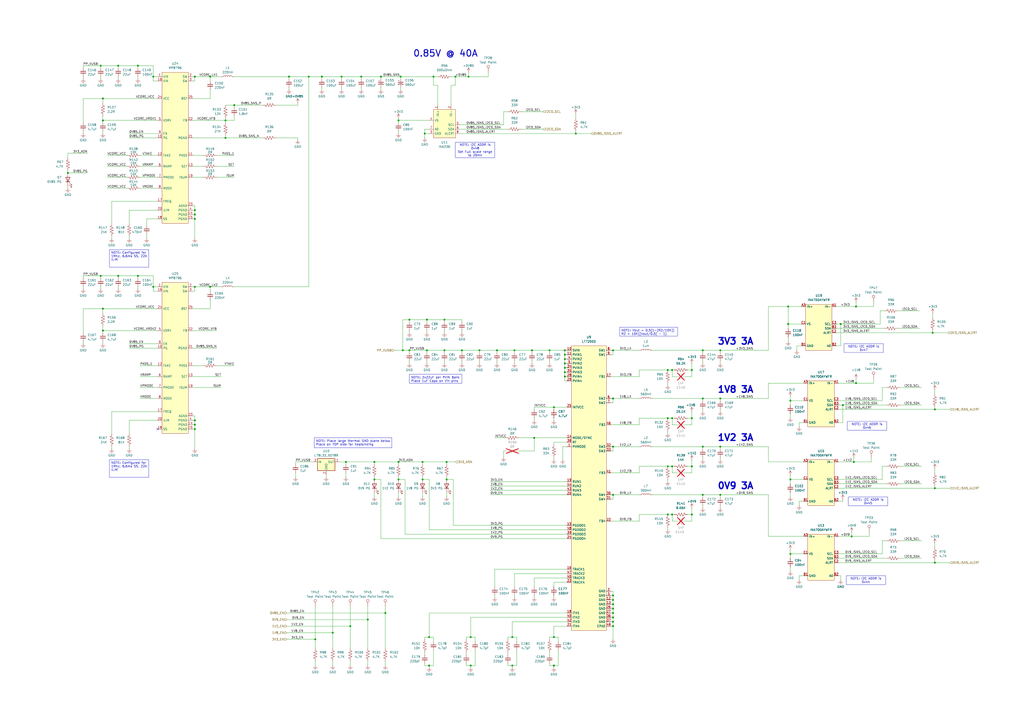
<source format=kicad_sch>
(kicad_sch (version 20231120) (generator "eeschema") (generator_version "8.0")
  (paper "A2")
  (title_block (title "Power2") (date "2024-07-13") (rev "1.0") (company "Drexel University") (comment 1 "Designed by Michael Haahr"))
  (junction (at 297.18 369.57))
  (junction (at 458.47 232.41))
  (junction (at 113.03 124.46))
  (junction (at 387.35 298.45))
  (junction (at 457.2 177.8))
  (junction (at 248.92 386.08))
  (junction (at 334.01 77.47))
  (junction (at 273.05 369.57))
  (junction (at 387.35 242.57))
  (junction (at 542.29 326.39))
  (junction (at 458.47 278.13))
  (junction (at 271.78 44.45))
  (junction (at 401.32 242.57))
  (junction (at 321.31 236.22))
  (junction (at 487.68 187.96))
  (junction (at 200.66 267.97))
  (junction (at 247.65 203.2))
  (junction (at 80.01 160.02))
  (junction (at 113.03 246.38))
  (junction (at 308.61 203.2))
  (junction (at 259.08 267.97))
  (junction (at 220.98 44.45))
  (junction (at 278.13 203.2))
  (junction (at 327.66 215.9))
  (junction (at 401.32 214.63))
  (junction (at 542.29 237.49))
  (junction (at 417.83 231.14))
  (junction (at 231.14 278.13))
  (junction (at 355.6 231.14))
  (junction (at 355.6 353.06))
  (junction (at 264.16 44.45))
  (junction (at 417.83 259.08))
  (junction (at 355.6 363.22))
  (junction (at 457.2 187.96))
  (junction (at 355.6 203.2))
  (junction (at 58.42 38.1))
  (junction (at 209.55 44.45))
  (junction (at 355.6 287.02))
  (junction (at 217.17 278.13))
  (junction (at 113.03 44.45))
  (junction (at 355.6 347.98))
  (junction (at 88.9 166.37))
  (junction (at 401.32 270.51))
  (junction (at 389.89 214.63))
  (junction (at 389.89 270.51))
  (junction (at 182.88 370.84))
  (junction (at 417.83 203.2))
  (junction (at 245.11 267.97))
  (junction (at 39.37 100.33))
  (junction (at 327.66 218.44))
  (junction (at 186.69 44.45))
  (junction (at 68.58 38.1))
  (junction (at 327.66 203.2))
  (junction (at 203.2 363.22))
  (junction (at 113.03 166.37))
  (junction (at 59.69 191.77))
  (junction (at 231.14 267.97))
  (junction (at 246.38 77.47))
  (junction (at 327.66 208.28))
  (junction (at 401.32 298.45))
  (junction (at 233.68 203.2))
  (junction (at 273.05 386.08))
  (junction (at 259.08 278.13))
  (junction (at 387.35 270.51))
  (junction (at 494.03 311.15))
  (junction (at 407.67 259.08))
  (junction (at 488.95 234.95))
  (junction (at 135.89 60.96))
  (junction (at 130.81 69.85))
  (junction (at 458.47 321.31))
  (junction (at 245.11 278.13))
  (junction (at 327.66 205.74))
  (junction (at 113.03 127))
  (junction (at 179.07 44.45))
  (junction (at 232.41 44.45))
  (junction (at 231.14 69.85))
  (junction (at 113.03 243.84))
  (junction (at 327.66 213.36))
  (junction (at 389.89 298.45))
  (junction (at 407.67 287.02))
  (junction (at 309.88 254))
  (junction (at 223.52 355.6))
  (junction (at 288.29 203.2))
  (junction (at 321.31 369.57))
  (junction (at 121.92 44.45))
  (junction (at 267.97 203.2))
  (junction (at 298.45 203.2))
  (junction (at 495.3 267.97))
  (junction (at 496.57 177.8))
  (junction (at 387.35 214.63))
  (junction (at 113.03 248.92))
  (junction (at 59.69 179.07))
  (junction (at 113.03 121.92))
  (junction (at 80.01 38.1))
  (junction (at 297.18 386.08))
  (junction (at 59.69 57.15))
  (junction (at 237.49 185.42))
  (junction (at 68.58 160.02))
  (junction (at 355.6 259.08))
  (junction (at 318.77 203.2))
  (junction (at 193.04 367.03))
  (junction (at 257.81 203.2))
  (junction (at 130.81 80.01))
  (junction (at 58.42 160.02))
  (junction (at 355.6 358.14))
  (junction (at 355.6 345.44))
  (junction (at 542.29 283.21))
  (junction (at 407.67 203.2))
  (junction (at 167.64 44.45))
  (junction (at 327.66 210.82))
  (junction (at 417.83 287.02))
  (junction (at 355.6 355.6))
  (junction (at 496.57 222.25))
  (junction (at 257.81 185.42))
  (junction (at 59.69 69.85))
  (junction (at 251.46 44.45))
  (junction (at 121.92 166.37))
  (junction (at 237.49 203.2))
  (junction (at 247.65 185.42))
  (junction (at 213.36 359.41))
  (junction (at 389.89 242.57))
  (junction (at 407.67 231.14))
  (junction (at 88.9 44.45))
  (junction (at 321.31 386.08))
  (junction (at 198.12 44.45))
  (junction (at 541.02 193.04))
  (junction (at 248.92 369.57))
  (junction (at 355.6 360.68))
  (junction (at 217.17 267.97))
  (junction (at 355.6 350.52))
  (no_connect (at 91.44 248.92))
  (wire (pts (xy 125.73 212.09) (xy 135.89 212.09)))
  (wire (pts (xy 80.01 39.37) (xy 80.01 38.1)))
  (wire (pts (xy 278.13 204.47) (xy 278.13 203.2)))
  (wire (pts (xy 251.46 377.19) (xy 251.46 386.08)))
  (wire (pts (xy 355.6 233.68) (xy 355.6 231.14)))
  (wire (pts (xy 417.83 259.08) (xy 445.77 259.08)))
  (wire (pts (xy 111.76 57.15) (xy 121.92 57.15)))
  (wire (pts (xy 486.41 234.95) (xy 488.95 234.95)))
  (wire (pts (xy 488.95 234.95) (xy 514.35 234.95)))
  (wire (pts (xy 298.45 345.44) (xy 298.45 346.71)))
  (wire (pts (xy 328.93 330.2) (xy 287.02 330.2)))
  (wire (pts (xy 59.69 67.31) (xy 59.69 69.85)))
  (wire (pts (xy 121.92 44.45) (xy 128.27 44.45)))
  (wire (pts (xy 334.01 77.47) (xy 342.9 77.47)))
  (wire (pts (xy 237.49 191.77) (xy 237.49 193.04)))
  (wire (pts (xy 113.03 241.3) (xy 113.03 243.84)))
  (wire (pts (xy 542.29 325.12) (xy 542.29 326.39)))
  (wire (pts (xy 135.89 69.85) (xy 130.81 69.85)))
  (wire (pts (xy 355.6 345.44) (xy 354.33 345.44)))
  (wire (pts (xy 270.51 384.81) (xy 270.51 386.08)))
  (wire (pts (xy 486.41 278.13) (xy 511.81 278.13)))
  (wire (pts (xy 288.29 204.47) (xy 288.29 203.2)))
  (wire (pts (xy 172.72 59.69) (xy 172.72 60.96)))
  (wire (pts (xy 200.66 269.24) (xy 200.66 267.97)))
  (wire (pts (xy 398.78 242.57) (xy 401.32 242.57)))
  (wire (pts (xy 321.31 386.08) (xy 321.31 387.35)))
  (wire (pts (xy 387.35 306.07) (xy 387.35 307.34)))
  (wire (pts (xy 327.66 205.74) (xy 327.66 203.2)))
  (wire (pts (xy 407.67 209.55) (xy 407.67 210.82)))
  (wire (pts (xy 302.26 64.77) (xy 314.96 64.77)))
  (wire (pts (xy 248.92 355.6) (xy 248.92 369.57)))
  (wire (pts (xy 287.02 254) (xy 293.37 254)))
  (wire (pts (xy 223.52 351.79) (xy 223.52 355.6)))
  (wire (pts (xy 233.68 185.42) (xy 233.68 203.2)))
  (wire (pts (xy 378.46 287.02) (xy 407.67 287.02)))
  (wire (pts (xy 488.95 245.11) (xy 488.95 234.95)))
  (wire (pts (xy 257.81 191.77) (xy 257.81 193.04)))
  (wire (pts (xy 193.04 367.03) (xy 193.04 375.92)))
  (wire (pts (xy 328.93 332.74) (xy 298.45 332.74)))
  (wire (pts (xy 81.28 231.14) (xy 91.44 231.14)))
  (wire (pts (xy 457.2 177.8) (xy 457.2 187.96)))
  (wire (pts (xy 111.76 121.92) (xy 113.03 121.92)))
  (wire (pts (xy 91.44 238.76) (xy 64.77 238.76)))
  (wire (pts (xy 487.68 334.01) (xy 487.68 336.55)))
  (wire (pts (xy 231.14 285.75) (xy 231.14 288.29)))
  (wire (pts (xy 398.78 270.51) (xy 401.32 270.51)))
  (wire (pts (xy 59.69 179.07) (xy 91.44 179.07)))
  (wire (pts (xy 309.88 335.28) (xy 309.88 340.36)))
  (wire (pts (xy 121.92 52.07) (xy 121.92 57.15)))
  (wire (pts (xy 270.51 378.46) (xy 270.51 379.73)))
  (wire (pts (xy 321.31 337.82) (xy 321.31 340.36)))
  (wire (pts (xy 355.6 360.68) (xy 355.6 363.22)))
  (wire (pts (xy 328.93 337.82) (xy 321.31 337.82)))
  (wire (pts (xy 370.84 218.44) (xy 354.33 218.44)))
  (wire (pts (xy 463.55 245.11) (xy 463.55 247.65)))
  (wire (pts (xy 81.28 212.09) (xy 91.44 212.09)))
  (wire (pts (xy 327.66 215.9) (xy 328.93 215.9)))
  (wire (pts (xy 355.6 350.52) (xy 355.6 353.06)))
  (wire (pts (xy 541.02 193.04) (xy 549.91 193.04)))
  (wire (pts (xy 88.9 168.91) (xy 88.9 166.37)))
  (wire (pts (xy 355.6 363.22) (xy 354.33 363.22)))
  (wire (pts (xy 113.03 46.99) (xy 113.03 44.45)))
  (wire (pts (xy 111.76 80.01) (xy 130.81 80.01)))
  (wire (pts (xy 354.33 289.56) (xy 355.6 289.56)))
  (wire (pts (xy 247.65 209.55) (xy 247.65 210.82)))
  (wire (pts (xy 266.7 72.39) (xy 292.1 72.39)))
  (wire (pts (xy 182.88 383.54) (xy 182.88 386.08)))
  (wire (pts (xy 397.51 274.32) (xy 401.32 274.32)))
  (wire (pts (xy 389.89 298.45) (xy 387.35 298.45)))
  (wire (pts (xy 542.29 237.49) (xy 551.18 237.49)))
  (wire (pts (xy 48.26 179.07) (xy 48.26 193.04)))
  (wire (pts (xy 217.17 267.97) (xy 217.17 269.24)))
  (wire (pts (xy 354.33 205.74) (xy 355.6 205.74)))
  (wire (pts (xy 257.81 203.2) (xy 267.97 203.2)))
  (wire (pts (xy 59.69 198.12) (xy 59.69 199.39)))
  (wire (pts (xy 327.66 205.74) (xy 328.93 205.74)))
  (wire (pts (xy 172.72 80.01) (xy 172.72 81.28)))
  (wire (pts (xy 245.11 276.86) (xy 245.11 278.13)))
  (wire (pts (xy 80.01 38.1) (xy 88.9 38.1)))
  (wire (pts (xy 81.28 90.17) (xy 91.44 90.17)))
  (wire (pts (xy 542.29 281.94) (xy 542.29 283.21)))
  (wire (pts (xy 513.08 180.34) (xy 510.54 180.34)))
  (wire (pts (xy 387.35 222.25) (xy 387.35 223.52)))
  (wire (pts (xy 278.13 203.2) (xy 288.29 203.2)))
  (wire (pts (xy 321.31 242.57) (xy 321.31 243.84)))
  (wire (pts (xy 64.77 137.16) (xy 64.77 138.43)))
  (wire (pts (xy 389.89 302.26) (xy 389.89 298.45)))
  (wire (pts (xy 189.23 275.59) (xy 189.23 276.86)))
  (wire (pts (xy 171.45 274.32) (xy 171.45 276.86)))
  (wire (pts (xy 327.66 210.82) (xy 328.93 210.82)))
  (wire (pts (xy 59.69 69.85) (xy 91.44 69.85)))
  (wire (pts (xy 135.89 67.31) (xy 135.89 69.85)))
  (wire (pts (xy 511.81 270.51) (xy 511.81 278.13)))
  (wire (pts (xy 355.6 289.56) (xy 355.6 287.02)))
  (wire (pts (xy 387.35 278.13) (xy 387.35 279.4)))
  (wire (pts (xy 130.81 69.85) (xy 130.81 71.12)))
  (wire (pts (xy 111.76 168.91) (xy 113.03 168.91)))
  (wire (pts (xy 458.47 328.93) (xy 458.47 331.47)))
  (wire (pts (xy 271.78 44.45) (xy 283.21 44.45)))
  (wire (pts (xy 487.68 187.96) (xy 510.54 187.96)))
  (wire (pts (xy 59.69 57.15) (xy 91.44 57.15)))
  (wire (pts (xy 486.41 245.11) (xy 488.95 245.11)))
  (wire (pts (xy 327.66 218.44) (xy 327.66 215.9)))
  (wire (pts (xy 257.81 185.42) (xy 257.81 186.69)))
  (wire (pts (xy 457.2 177.8) (xy 464.82 177.8)))
  (wire (pts (xy 166.37 359.41) (xy 213.36 359.41)))
  (wire (pts (xy 48.26 198.12) (xy 48.26 199.39)))
  (wire (pts (xy 213.36 383.54) (xy 213.36 386.08)))
  (wire (pts (xy 318.77 203.2) (xy 327.66 203.2)))
  (wire (pts (xy 309.88 237.49) (xy 309.88 236.22)))
  (wire (pts (xy 485.14 200.66) (xy 487.68 200.66)))
  (wire (pts (xy 200.66 267.97) (xy 217.17 267.97)))
  (wire (pts (xy 354.33 259.08) (xy 355.6 259.08)))
  (wire (pts (xy 506.73 219.71) (xy 506.73 222.25)))
  (wire (pts (xy 223.52 355.6) (xy 223.52 375.92)))
  (wire (pts (xy 88.9 44.45) (xy 91.44 44.45)))
  (wire (pts (xy 485.14 193.04) (xy 541.02 193.04)))
  (wire (pts (xy 458.47 278.13) (xy 458.47 280.67)))
  (wire (pts (xy 198.12 50.8) (xy 198.12 52.07)))
  (wire (pts (xy 237.49 185.42) (xy 237.49 186.69)))
  (wire (pts (xy 121.92 46.99) (xy 121.92 44.45)))
  (wire (pts (xy 397.51 218.44) (xy 401.32 218.44)))
  (wire (pts (xy 355.6 355.6) (xy 354.33 355.6)))
  (wire (pts (xy 259.08 285.75) (xy 259.08 288.29)))
  (wire (pts (xy 91.44 127) (xy 85.09 127)))
  (wire (pts (xy 309.88 242.57) (xy 309.88 243.84)))
  (wire (pts (xy 48.26 39.37) (xy 48.26 38.1)))
  (wire (pts (xy 267.97 185.42) (xy 267.97 186.69)))
  (wire (pts (xy 39.37 100.33) (xy 50.8 100.33)))
  (wire (pts (xy 91.44 168.91) (xy 88.9 168.91)))
  (wire (pts (xy 355.6 203.2) (xy 370.84 203.2)))
  (wire (pts (xy 355.6 345.44) (xy 355.6 347.98)))
  (wire (pts (xy 81.28 109.22) (xy 91.44 109.22)))
  (wire (pts (xy 167.64 50.8) (xy 167.64 52.07)))
  (wire (pts (xy 292.1 261.62) (xy 292.1 265.43)))
  (wire (pts (xy 247.65 203.2) (xy 257.81 203.2)))
  (wire (pts (xy 237.49 204.47) (xy 237.49 203.2)))
  (wire (pts (xy 378.46 231.14) (xy 407.67 231.14)))
  (wire (pts (xy 74.93 137.16) (xy 74.93 138.43)))
  (wire (pts (xy 203.2 351.79) (xy 203.2 363.22)))
  (wire (pts (xy 542.29 283.21) (xy 551.18 283.21)))
  (wire (pts (xy 458.47 275.59) (xy 458.47 278.13)))
  (wire (pts (xy 355.6 287.02) (xy 370.84 287.02)))
  (wire (pts (xy 130.81 80.01) (xy 152.4 80.01)))
  (wire (pts (xy 245.11 278.13) (xy 248.92 278.13)))
  (wire (pts (xy 48.26 57.15) (xy 48.26 71.12)))
  (wire (pts (xy 321.31 369.57) (xy 323.85 369.57)))
  (wire (pts (xy 113.03 44.45) (xy 121.92 44.45)))
  (wire (pts (xy 466.09 245.11) (xy 463.55 245.11)))
  (wire (pts (xy 496.57 177.8) (xy 496.57 175.26)))
  (wire (pts (xy 486.41 267.97) (xy 495.3 267.97)))
  (wire (pts (xy 299.72 377.19) (xy 299.72 386.08)))
  (wire (pts (xy 328.93 259.08) (xy 326.39 259.08)))
  (wire (pts (xy 457.2 195.58) (xy 457.2 198.12)))
  (wire (pts (xy 354.33 287.02) (xy 355.6 287.02)))
  (wire (pts (xy 458.47 232.41) (xy 458.47 234.95)))
  (wire (pts (xy 68.58 160.02) (xy 80.01 160.02)))
  (wire (pts (xy 196.85 267.97) (xy 200.66 267.97)))
  (wire (pts (xy 64.77 116.84) (xy 64.77 129.54)))
  (wire (pts (xy 231.14 71.12) (xy 231.14 69.85)))
  (wire (pts (xy 401.32 266.7) (xy 401.32 270.51)))
  (wire (pts (xy 318.77 204.47) (xy 318.77 203.2)))
  (wire (pts (xy 275.59 377.19) (xy 275.59 386.08)))
  (wire (pts (xy 318.77 369.57) (xy 321.31 369.57)))
  (wire (pts (xy 209.55 50.8) (xy 209.55 52.07)))
  (wire (pts (xy 237.49 185.42) (xy 247.65 185.42)))
  (wire (pts (xy 267.97 191.77) (xy 267.97 193.04)))
  (wire (pts (xy 85.09 127) (xy 85.09 130.81)))
  (wire (pts (xy 111.76 248.92) (xy 113.03 248.92)))
  (wire (pts (xy 298.45 332.74) (xy 298.45 340.36)))
  (wire (pts (xy 273.05 369.57) (xy 275.59 369.57)))
  (wire (pts (xy 231.14 276.86) (xy 231.14 278.13)))
  (wire (pts (xy 407.67 231.14) (xy 417.83 231.14)))
  (wire (pts (xy 232.41 44.45) (xy 251.46 44.45)))
  (wire (pts (xy 220.98 44.45) (xy 220.98 45.72)))
  (wire (pts (xy 486.41 311.15) (xy 494.03 311.15)))
  (wire (pts (xy 514.35 224.79) (xy 511.81 224.79)))
  (wire (pts (xy 407.67 293.37) (xy 407.67 294.64)))
  (wire (pts (xy 166.37 370.84) (xy 182.88 370.84)))
  (wire (pts (xy 294.64 378.46) (xy 294.64 379.73)))
  (wire (pts (xy 209.55 44.45) (xy 209.55 45.72)))
  (wire (pts (xy 392.43 274.32) (xy 389.89 274.32)))
  (wire (pts (xy 62.23 102.87) (xy 73.66 102.87)))
  (wire (pts (xy 355.6 261.62) (xy 355.6 259.08)))
  (wire (pts (xy 463.55 290.83) (xy 463.55 293.37)))
  (wire (pts (xy 266.7 77.47) (xy 334.01 77.47)))
  (wire (pts (xy 261.62 49.53) (xy 264.16 49.53)))
  (wire (pts (xy 113.03 119.38) (xy 113.03 121.92)))
  (wire (pts (xy 217.17 267.97) (xy 231.14 267.97)))
  (wire (pts (xy 231.14 267.97) (xy 231.14 269.24)))
  (wire (pts (xy 355.6 259.08) (xy 370.84 259.08)))
  (wire (pts (xy 355.6 231.14) (xy 370.84 231.14)))
  (wire (pts (xy 397.51 246.38) (xy 401.32 246.38)))
  (wire (pts (xy 284.48 284.48) (xy 328.93 284.48)))
  (wire (pts (xy 267.97 203.2) (xy 278.13 203.2)))
  (wire (pts (xy 387.35 270.51) (xy 389.89 270.51)))
  (wire (pts (xy 506.73 175.26) (xy 506.73 177.8)))
  (wire (pts (xy 355.6 363.22) (xy 355.6 370.84)))
  (wire (pts (xy 495.3 267.97) (xy 505.46 267.97)))
  (wire (pts (xy 130.81 60.96) (xy 135.89 60.96)))
  (wire (pts (xy 355.6 347.98) (xy 354.33 347.98)))
  (wire (pts (xy 59.69 59.69) (xy 59.69 57.15)))
  (wire (pts (xy 251.46 386.08) (xy 248.92 386.08)))
  (wire (pts (xy 486.41 323.85) (xy 514.35 323.85)))
  (wire (pts (xy 387.35 250.19) (xy 387.35 251.46)))
  (wire (pts (xy 328.93 360.68) (xy 297.18 360.68)))
  (wire (pts (xy 541.02 191.77) (xy 541.02 193.04)))
  (wire (pts (xy 387.35 242.57) (xy 370.84 242.57)))
  (wire (pts (xy 267.97 209.55) (xy 267.97 210.82)))
  (wire (pts (xy 297.18 360.68) (xy 297.18 369.57)))
  (wire (pts (xy 309.88 236.22) (xy 321.31 236.22)))
  (wire (pts (xy 298.45 203.2) (xy 308.61 203.2)))
  (wire (pts (xy 355.6 353.06) (xy 354.33 353.06)))
  (wire (pts (xy 511.81 313.69) (xy 511.81 321.31)))
  (wire (pts (xy 125.73 90.17) (xy 135.89 90.17)))
  (wire (pts (xy 237.49 185.42) (xy 233.68 185.42)))
  (wire (pts (xy 485.14 177.8) (xy 496.57 177.8)))
  (wire (pts (xy 308.61 204.47) (xy 308.61 203.2)))
  (wire (pts (xy 135.89 166.37) (xy 179.07 166.37)))
  (wire (pts (xy 328.93 358.14) (xy 273.05 358.14)))
  (wire (pts (xy 505.46 265.43) (xy 505.46 267.97)))
  (wire (pts (xy 257.81 204.47) (xy 257.81 203.2)))
  (wire (pts (xy 462.28 200.66) (xy 462.28 203.2)))
  (wire (pts (xy 182.88 351.79) (xy 182.88 370.84)))
  (wire (pts (xy 248.92 74.93) (xy 246.38 74.93)))
  (wire (pts (xy 59.69 76.2) (xy 59.69 77.47)))
  (wire (pts (xy 458.47 229.87) (xy 458.47 232.41)))
  (wire (pts (xy 248.92 386.08) (xy 248.92 387.35)))
  (wire (pts (xy 186.69 44.45) (xy 198.12 44.45)))
  (wire (pts (xy 297.18 386.08) (xy 297.18 387.35)))
  (wire (pts (xy 445.77 222.25) (xy 445.77 231.14)))
  (wire (pts (xy 327.66 208.28) (xy 327.66 205.74)))
  (wire (pts (xy 220.98 50.8) (xy 220.98 52.07)))
  (wire (pts (xy 68.58 160.02) (xy 58.42 160.02)))
  (wire (pts (xy 59.69 181.61) (xy 59.69 179.07)))
  (wire (pts (xy 179.07 44.45) (xy 186.69 44.45)))
  (wire (pts (xy 298.45 209.55) (xy 298.45 210.82)))
  (wire (pts (xy 81.28 218.44) (xy 91.44 218.44)))
  (wire (pts (xy 64.77 259.08) (xy 64.77 260.35)))
  (wire (pts (xy 273.05 386.08) (xy 273.05 387.35)))
  (wire (pts (xy 111.76 69.85) (xy 130.81 69.85)))
  (wire (pts (xy 417.83 293.37) (xy 417.83 294.64)))
  (wire (pts (xy 68.58 161.29) (xy 68.58 160.02)))
  (wire (pts (xy 74.93 77.47) (xy 91.44 77.47)))
  (wire (pts (xy 88.9 46.99) (xy 88.9 44.45)))
  (wire (pts (xy 466.09 290.83) (xy 463.55 290.83)))
  (wire (pts (xy 487.68 200.66) (xy 487.68 187.96)))
  (wire (pts (xy 264.16 44.45) (xy 271.78 44.45)))
  (wire (pts (xy 91.44 116.84) (xy 64.77 116.84)))
  (wire (pts (xy 293.37 261.62) (xy 292.1 261.62)))
  (wire (pts (xy 355.6 342.9) (xy 355.6 345.44)))
  (wire (pts (xy 91.44 121.92) (xy 74.93 121.92)))
  (wire (pts (xy 111.76 96.52) (xy 118.11 96.52)))
  (wire (pts (xy 407.67 287.02) (xy 407.67 288.29)))
  (wire (pts (xy 209.55 44.45) (xy 220.98 44.45)))
  (wire (pts (xy 111.76 243.84) (xy 113.03 243.84)))
  (wire (pts (xy 245.11 285.75) (xy 245.11 288.29)))
  (wire (pts (xy 417.83 203.2) (xy 417.83 204.47)))
  (wire (pts (xy 270.51 369.57) (xy 273.05 369.57)))
  (wire (pts (xy 166.37 367.03) (xy 193.04 367.03)))
  (wire (pts (xy 445.77 287.02) (xy 445.77 311.15)))
  (wire (pts (xy 401.32 238.76) (xy 401.32 242.57)))
  (wire (pts (xy 407.67 259.08) (xy 407.67 260.35)))
  (wire (pts (xy 318.77 370.84) (xy 318.77 369.57)))
  (wire (pts (xy 203.2 383.54) (xy 203.2 386.08)))
  (wire (pts (xy 167.64 44.45) (xy 179.07 44.45)))
  (wire (pts (xy 275.59 386.08) (xy 273.05 386.08)))
  (wire (pts (xy 213.36 359.41) (xy 213.36 375.92)))
  (wire (pts (xy 370.84 270.51) (xy 370.84 274.32)))
  (wire (pts (xy 417.83 203.2) (xy 445.77 203.2)))
  (wire (pts (xy 247.65 185.42) (xy 257.81 185.42)))
  (wire (pts (xy 321.31 363.22) (xy 321.31 369.57)))
  (wire (pts (xy 308.61 209.55) (xy 308.61 210.82)))
  (wire (pts (xy 257.81 209.55) (xy 257.81 210.82)))
  (wire (pts (xy 328.93 335.28) (xy 309.88 335.28)))
  (wire (pts (xy 135.89 44.45) (xy 167.64 44.45)))
  (wire (pts (xy 203.2 363.22) (xy 203.2 375.92)))
  (wire (pts (xy 231.14 278.13) (xy 234.95 278.13)))
  (wire (pts (xy 309.88 254) (xy 309.88 261.62)))
  (wire (pts (xy 111.76 46.99) (xy 113.03 46.99)))
  (wire (pts (xy 327.66 210.82) (xy 327.66 208.28)))
  (wire (pts (xy 397.51 302.26) (xy 401.32 302.26)))
  (wire (pts (xy 321.31 265.43) (xy 321.31 266.7)))
  (wire (pts (xy 485.14 190.5) (xy 513.08 190.5)))
  (wire (pts (xy 389.89 274.32) (xy 389.89 270.51)))
  (wire (pts (xy 328.93 363.22) (xy 321.31 363.22)))
  (wire (pts (xy 231.14 68.58) (xy 231.14 69.85)))
  (wire (pts (xy 88.9 38.1) (xy 88.9 44.45)))
  (wire (pts (xy 355.6 205.74) (xy 355.6 203.2)))
  (wire (pts (xy 417.83 231.14) (xy 417.83 232.41)))
  (wire (pts (xy 445.77 222.25) (xy 466.09 222.25)))
  (wire (pts (xy 74.93 121.92) (xy 74.93 129.54)))
  (wire (pts (xy 458.47 240.03) (xy 458.47 242.57)))
  (wire (pts (xy 392.43 246.38) (xy 389.89 246.38)))
  (wire (pts (xy 248.92 369.57) (xy 251.46 369.57)))
  (wire (pts (xy 254 49.53) (xy 251.46 49.53)))
  (wire (pts (xy 248.92 77.47) (xy 246.38 77.47)))
  (wire (pts (xy 355.6 355.6) (xy 355.6 358.14)))
  (wire (pts (xy 48.26 44.45) (xy 48.26 45.72)))
  (wire (pts (xy 494.03 311.15) (xy 494.03 308.61)))
  (wire (pts (xy 91.44 243.84) (xy 74.93 243.84)))
  (wire (pts (xy 294.64 369.57) (xy 297.18 369.57)))
  (wire (pts (xy 327.66 215.9) (xy 327.66 213.36)))
  (wire (pts (xy 264.16 44.45) (xy 264.16 49.53)))
  (wire (pts (xy 59.69 71.12) (xy 59.69 69.85)))
  (wire (pts (xy 542.29 226.06) (xy 542.29 228.6)))
  (wire (pts (xy 273.05 358.14) (xy 273.05 369.57)))
  (wire (pts (xy 542.29 326.39) (xy 551.18 326.39)))
  (wire (pts (xy 318.77 378.46) (xy 318.77 379.73)))
  (wire (pts (xy 248.92 386.08) (xy 246.38 386.08)))
  (wire (pts (xy 389.89 298.45) (xy 391.16 298.45)))
  (wire (pts (xy 81.28 102.87) (xy 91.44 102.87)))
  (wire (pts (xy 387.35 270.51) (xy 370.84 270.51)))
  (wire (pts (xy 246.38 384.81) (xy 246.38 386.08)))
  (wire (pts (xy 160.02 80.01) (xy 172.72 80.01)))
  (wire (pts (xy 58.42 38.1) (xy 48.26 38.1)))
  (wire (pts (xy 417.83 231.14) (xy 445.77 231.14)))
  (wire (pts (xy 355.6 347.98) (xy 355.6 350.52)))
  (wire (pts (xy 220.98 278.13) (xy 220.98 312.42)))
  (wire (pts (xy 288.29 203.2) (xy 298.45 203.2)))
  (wire (pts (xy 59.69 193.04) (xy 59.69 191.77)))
  (wire (pts (xy 445.77 177.8) (xy 457.2 177.8)))
  (wire (pts (xy 111.76 212.09) (xy 118.11 212.09)))
  (wire (pts (xy 198.12 44.45) (xy 198.12 45.72)))
  (wire (pts (xy 113.03 166.37) (xy 121.92 166.37)))
  (wire (pts (xy 398.78 214.63) (xy 401.32 214.63)))
  (wire (pts (xy 321.31 345.44) (xy 321.31 346.71)))
  (wire (pts (xy 113.03 121.92) (xy 113.03 124.46)))
  (wire (pts (xy 457.2 187.96) (xy 464.82 187.96)))
  (wire (pts (xy 445.77 311.15) (xy 466.09 311.15)))
  (wire (pts (xy 167.64 44.45) (xy 167.64 45.72)))
  (wire (pts (xy 246.38 369.57) (xy 248.92 369.57)))
  (wire (pts (xy 179.07 166.37) (xy 179.07 44.45)))
  (wire (pts (xy 171.45 269.24) (xy 171.45 267.97)))
  (wire (pts (xy 294.64 370.84) (xy 294.64 369.57)))
  (wire (pts (xy 318.77 209.55) (xy 318.77 210.82)))
  (wire (pts (xy 48.26 76.2) (xy 48.26 77.47)))
  (wire (pts (xy 486.41 237.49) (xy 542.29 237.49)))
  (wire (pts (xy 259.08 276.86) (xy 259.08 278.13)))
  (wire (pts (xy 299.72 369.57) (xy 299.72 372.11)))
  (wire (pts (xy 407.67 203.2) (xy 417.83 203.2)))
  (wire (pts (xy 231.14 76.2) (xy 231.14 77.47)))
  (wire (pts (xy 506.73 222.25) (xy 496.57 222.25)))
  (wire (pts (xy 458.47 285.75) (xy 458.47 288.29)))
  (wire (pts (xy 323.85 369.57) (xy 323.85 372.11)))
  (wire (pts (xy 486.41 283.21) (xy 542.29 283.21)))
  (wire (pts (xy 62.23 90.17) (xy 73.66 90.17)))
  (wire (pts (xy 193.04 383.54) (xy 193.04 386.08)))
  (wire (pts (xy 370.84 298.45) (xy 370.84 302.26)))
  (wire (pts (xy 308.61 203.2) (xy 318.77 203.2)))
  (wire (pts (xy 309.88 345.44) (xy 309.88 346.71)))
  (wire (pts (xy 486.41 280.67) (xy 514.35 280.67)))
  (wire (pts (xy 160.02 60.96) (xy 172.72 60.96)))
  (wire (pts (xy 111.76 119.38) (xy 113.03 119.38)))
  (wire (pts (xy 186.69 44.45) (xy 186.69 45.72)))
  (wire (pts (xy 466.09 334.01) (xy 463.55 334.01)))
  (wire (pts (xy 328.93 220.98) (xy 327.66 220.98)))
  (wire (pts (xy 327.66 208.28) (xy 328.93 208.28)))
  (wire (pts (xy 247.65 191.77) (xy 247.65 193.04)))
  (wire (pts (xy 485.14 187.96) (xy 487.68 187.96)))
  (wire (pts (xy 458.47 232.41) (xy 466.09 232.41)))
  (wire (pts (xy 407.67 231.14) (xy 407.67 232.41)))
  (wire (pts (xy 417.83 287.02) (xy 417.83 288.29)))
  (wire (pts (xy 464.82 200.66) (xy 462.28 200.66)))
  (wire (pts (xy 220.98 44.45) (xy 232.41 44.45)))
  (wire (pts (xy 334.01 66.04) (xy 334.01 68.58)))
  (wire (pts (xy 334.01 76.2) (xy 334.01 77.47)))
  (wire (pts (xy 186.69 50.8) (xy 186.69 52.07)))
  (wire (pts (xy 401.32 246.38) (xy 401.32 242.57)))
  (wire (pts (xy 521.97 224.79) (xy 534.67 224.79)))
  (wire (pts (xy 387.35 214.63) (xy 370.84 214.63)))
  (wire (pts (xy 407.67 237.49) (xy 407.67 238.76)))
  (wire (pts (xy 354.33 261.62) (xy 355.6 261.62)))
  (wire (pts (xy 247.65 185.42) (xy 247.65 186.69)))
  (wire (pts (xy 259.08 267.97) (xy 264.16 267.97)))
  (wire (pts (xy 299.72 386.08) (xy 297.18 386.08)))
  (wire (pts (xy 417.83 259.08) (xy 417.83 260.35)))
  (wire (pts (xy 166.37 355.6) (xy 223.52 355.6)))
  (wire (pts (xy 300.99 254) (xy 309.88 254)))
  (wire (pts (xy 39.37 107.95) (xy 39.37 109.22)))
  (wire (pts (xy 223.52 383.54) (xy 223.52 386.08)))
  (wire (pts (xy 457.2 187.96) (xy 457.2 190.5)))
  (wire (pts (xy 213.36 351.79) (xy 213.36 359.41)))
  (wire (pts (xy 113.03 124.46) (xy 113.03 127)))
  (wire (pts (xy 262.89 304.8) (xy 328.93 304.8)))
  (wire (pts (xy 245.11 267.97) (xy 245.11 269.24)))
  (wire (pts (xy 458.47 321.31) (xy 458.47 323.85)))
  (wire (pts (xy 234.95 309.88) (xy 328.93 309.88)))
  (wire (pts (xy 370.84 274.32) (xy 354.33 274.32)))
  (wire (pts (xy 407.67 203.2) (xy 407.67 204.47)))
  (wire (pts (xy 125.73 102.87) (xy 135.89 102.87)))
  (wire (pts (xy 486.41 232.41) (xy 511.81 232.41)))
  (wire (pts (xy 327.66 220.98) (xy 327.66 218.44)))
  (wire (pts (xy 321.31 237.49) (xy 321.31 236.22)))
  (wire (pts (xy 297.18 386.08) (xy 294.64 386.08)))
  (wire (pts (xy 486.41 290.83) (xy 488.95 290.83)))
  (wire (pts (xy 389.89 270.51) (xy 391.16 270.51)))
  (wire (pts (xy 328.93 254) (xy 309.88 254)))
  (wire (pts (xy 392.43 218.44) (xy 389.89 218.44)))
  (wire (pts (xy 261.62 44.45) (xy 264.16 44.45)))
  (wire (pts (xy 232.41 44.45) (xy 232.41 45.72)))
  (wire (pts (xy 231.14 267.97) (xy 245.11 267.97)))
  (wire (pts (xy 111.76 201.93) (xy 125.73 201.93)))
  (wire (pts (xy 323.85 386.08) (xy 321.31 386.08)))
  (wire (pts (xy 171.45 267.97) (xy 181.61 267.97)))
  (wire (pts (xy 486.41 321.31) (xy 511.81 321.31)))
  (wire (pts (xy 520.7 180.34) (xy 533.4 180.34)))
  (wire (pts (xy 198.12 44.45) (xy 209.55 44.45)))
  (wire (pts (xy 85.09 135.89) (xy 85.09 138.43)))
  (wire (pts (xy 232.41 50.8) (xy 232.41 52.07)))
  (wire (pts (xy 273.05 386.08) (xy 270.51 386.08)))
  (wire (pts (xy 370.84 242.57) (xy 370.84 246.38)))
  (wire (pts (xy 111.76 179.07) (xy 121.92 179.07)))
  (wire (pts (xy 62.23 96.52) (xy 73.66 96.52)))
  (wire (pts (xy 488.95 289.56) (xy 488.95 290.83)))
  (wire (pts (xy 251.46 369.57) (xy 251.46 372.11)))
  (wire (pts (xy 39.37 88.9) (xy 50.8 88.9)))
  (wire (pts (xy 514.35 270.51) (xy 511.81 270.51)))
  (wire (pts (xy 220.98 312.42) (xy 328.93 312.42)))
  (wire (pts (xy 510.54 180.34) (xy 510.54 187.96)))
  (wire (pts (xy 504.19 308.61) (xy 504.19 311.15)))
  (wire (pts (xy 521.97 323.85) (xy 534.67 323.85)))
  (wire (pts (xy 111.76 127) (xy 113.03 127)))
  (wire (pts (xy 407.67 259.08) (xy 417.83 259.08)))
  (wire (pts (xy 111.76 44.45) (xy 113.03 44.45)))
  (wire (pts (xy 486.41 222.25) (xy 496.57 222.25)))
  (wire (pts (xy 496.57 177.8) (xy 506.73 177.8)))
  (wire (pts (xy 74.93 80.01) (xy 91.44 80.01)))
  (wire (pts (xy 287.02 330.2) (xy 287.02 340.36)))
  (wire (pts (xy 248.92 307.34) (xy 328.93 307.34)))
  (wire (pts (xy 389.89 214.63) (xy 391.16 214.63)))
  (wire (pts (xy 200.66 274.32) (xy 200.66 276.86)))
  (wire (pts (xy 217.17 278.13) (xy 220.98 278.13)))
  (wire (pts (xy 111.76 124.46) (xy 113.03 124.46)))
  (wire (pts (xy 271.78 44.45) (xy 271.78 41.91)))
  (wire (pts (xy 217.17 276.86) (xy 217.17 278.13)))
  (wire (pts (xy 401.32 210.82) (xy 401.32 214.63)))
  (wire (pts (xy 251.46 44.45) (xy 254 44.45)))
  (wire (pts (xy 392.43 302.26) (xy 389.89 302.26)))
  (wire (pts (xy 387.35 298.45) (xy 370.84 298.45)))
  (wire (pts (xy 284.48 279.4) (xy 328.93 279.4)))
  (wire (pts (xy 458.47 321.31) (xy 466.09 321.31)))
  (wire (pts (xy 262.89 278.13) (xy 262.89 304.8)))
  (wire (pts (xy 389.89 246.38) (xy 389.89 242.57)))
  (wire (pts (xy 370.84 246.38) (xy 354.33 246.38)))
  (wire (pts (xy 111.76 246.38) (xy 113.03 246.38)))
  (wire (pts (xy 387.35 214.63) (xy 389.89 214.63)))
  (wire (pts (xy 542.29 271.78) (xy 542.29 274.32)))
  (wire (pts (xy 130.81 78.74) (xy 130.81 80.01)))
  (wire (pts (xy 445.77 267.97) (xy 466.09 267.97)))
  (wire (pts (xy 254 60.96) (xy 254 49.53)))
  (wire (pts (xy 292.1 64.77) (xy 292.1 72.39)))
  (wire (pts (xy 326.39 259.08) (xy 326.39 266.7)))
  (wire (pts (xy 327.66 218.44) (xy 328.93 218.44)))
  (wire (pts (xy 111.76 102.87) (xy 118.11 102.87)))
  (wire (pts (xy 113.03 248.92) (xy 113.03 260.35)))
  (wire (pts (xy 354.33 203.2) (xy 355.6 203.2)))
  (wire (pts (xy 401.32 270.51) (xy 401.32 274.32)))
  (wire (pts (xy 401.32 302.26) (xy 401.32 298.45)))
  (wire (pts (xy 378.46 203.2) (xy 407.67 203.2)))
  (wire (pts (xy 355.6 350.52) (xy 354.33 350.52)))
  (wire (pts (xy 541.02 181.61) (xy 541.02 184.15)))
  (wire (pts (xy 417.83 237.49) (xy 417.83 238.76)))
  (wire (pts (xy 318.77 384.81) (xy 318.77 386.08)))
  (wire (pts (xy 298.45 204.47) (xy 298.45 203.2)))
  (wire (pts (xy 59.69 189.23) (xy 59.69 191.77)))
  (wire (pts (xy 458.47 278.13) (xy 466.09 278.13)))
  (wire (pts (xy 327.66 203.2) (xy 328.93 203.2)))
  (wire (pts (xy 231.14 69.85) (xy 248.92 69.85)))
  (wire (pts (xy 81.28 96.52) (xy 91.44 96.52)))
  (wire (pts (xy 58.42 161.29) (xy 58.42 160.02)))
  (wire (pts (xy 398.78 298.45) (xy 401.32 298.45)))
  (wire (pts (xy 542.29 314.96) (xy 542.29 317.5)))
  (wire (pts (xy 458.47 318.77) (xy 458.47 321.31)))
  (wire (pts (xy 130.81 68.58) (xy 130.81 69.85)))
  (wire (pts (xy 81.28 224.79) (xy 91.44 224.79)))
  (wire (pts (xy 302.26 74.93) (xy 314.96 74.93)))
  (wire (pts (xy 233.68 203.2) (xy 237.49 203.2)))
  (wire (pts (xy 287.02 345.44) (xy 287.02 346.71)))
  (wire (pts (xy 355.6 360.68) (xy 354.33 360.68)))
  (wire (pts (xy 445.77 259.08) (xy 445.77 267.97)))
  (wire (pts (xy 294.64 64.77) (xy 292.1 64.77)))
  (wire (pts (xy 58.42 44.45) (xy 58.42 45.72)))
  (wire (pts (xy 48.26 57.15) (xy 59.69 57.15)))
  (wire (pts (xy 113.03 127) (xy 113.03 138.43)))
  (wire (pts (xy 259.08 278.13) (xy 262.89 278.13)))
  (wire (pts (xy 521.97 280.67) (xy 534.67 280.67)))
  (wire (pts (xy 246.38 74.93) (xy 246.38 77.47)))
  (wire (pts (xy 321.31 386.08) (xy 318.77 386.08)))
  (wire (pts (xy 321.31 256.54) (xy 328.93 256.54)))
  (wire (pts (xy 64.77 238.76) (xy 64.77 251.46)))
  (wire (pts (xy 284.48 287.02) (xy 328.93 287.02)))
  (wire (pts (xy 261.62 60.96) (xy 261.62 49.53)))
  (wire (pts (xy 417.83 265.43) (xy 417.83 266.7)))
  (wire (pts (xy 511.81 224.79) (xy 511.81 232.41)))
  (wire (pts (xy 74.93 199.39) (xy 91.44 199.39)))
  (wire (pts (xy 68.58 39.37) (xy 68.58 38.1)))
  (wire (pts (xy 328.93 355.6) (xy 248.92 355.6)))
  (wire (pts (xy 401.32 294.64) (xy 401.32 298.45)))
  (wire (pts (xy 389.89 218.44) (xy 389.89 214.63)))
  (wire (pts (xy 259.08 269.24) (xy 259.08 267.97)))
  (wire (pts (xy 246.38 77.47) (xy 246.38 80.01)))
  (wire (pts (xy 74.93 243.84) (xy 74.93 251.46)))
  (wire (pts (xy 275.59 369.57) (xy 275.59 372.11)))
  (wire (pts (xy 121.92 173.99) (xy 121.92 179.07)))
  (wire (pts (xy 166.37 363.22) (xy 203.2 363.22)))
  (wire (pts (xy 88.9 160.02) (xy 88.9 166.37)))
  (wire (pts (xy 68.58 38.1) (xy 58.42 38.1)))
  (wire (pts (xy 228.6 203.2) (xy 233.68 203.2)))
  (wire (pts (xy 257.81 185.42) (xy 267.97 185.42)))
  (wire (pts (xy 463.55 334.01) (xy 463.55 336.55)))
  (wire (pts (xy 48.26 166.37) (xy 48.26 167.64)))
  (wire (pts (xy 121.92 168.91) (xy 121.92 166.37)))
  (wire (pts (xy 378.46 259.08) (xy 407.67 259.08)))
  (wire (pts (xy 417.83 209.55) (xy 417.83 210.82)))
  (wire (pts (xy 113.03 246.38) (xy 113.03 248.92)))
  (wire (pts (xy 514.35 313.69) (xy 511.81 313.69)))
  (wire (pts (xy 80.01 161.29) (xy 80.01 160.02)))
  (wire (pts (xy 113.03 243.84) (xy 113.03 246.38)))
  (wire (pts (xy 62.23 109.22) (xy 73.66 109.22)))
  (wire (pts (xy 58.42 160.02) (xy 48.26 160.02)))
  (wire (pts (xy 270.51 370.84) (xy 270.51 369.57)))
  (wire (pts (xy 486.41 326.39) (xy 542.29 326.39)))
  (wire (pts (xy 234.95 278.13) (xy 234.95 309.88)))
  (wire (pts (xy 284.48 281.94) (xy 328.93 281.94)))
  (wire (pts (xy 91.44 46.99) (xy 88.9 46.99)))
  (wire (pts (xy 74.93 201.93) (xy 91.44 201.93)))
  (wire (pts (xy 111.76 224.79) (xy 128.27 224.79)))
  (wire (pts (xy 237.49 203.2) (xy 247.65 203.2)))
  (wire (pts (xy 300.99 261.62) (xy 309.88 261.62)))
  (wire (pts (xy 80.01 166.37) (xy 80.01 167.64)))
  (wire (pts (xy 370.84 214.63) (xy 370.84 218.44)))
  (wire (pts (xy 521.97 270.51) (xy 534.67 270.51)))
  (wire (pts (xy 321.31 236.22) (xy 328.93 236.22)))
  (wire (pts (xy 111.76 191.77) (xy 125.73 191.77)))
  (wire (pts (xy 389.89 242.57) (xy 387.35 242.57)))
  (wire (pts (xy 58.42 39.37) (xy 58.42 38.1)))
  (wire (pts (xy 80.01 160.02) (xy 88.9 160.02)))
  (wire (pts (xy 321.31 256.54) (xy 321.31 257.81)))
  (wire (pts (xy 266.7 74.93) (xy 294.64 74.93)))
  (wire (pts (xy 217.17 285.75) (xy 217.17 288.29)))
  (wire (pts (xy 135.89 60.96) (xy 152.4 60.96)))
  (wire (pts (xy 521.97 313.69) (xy 534.67 313.69)))
  (wire (pts (xy 288.29 209.55) (xy 288.29 210.82)))
  (wire (pts (xy 297.18 369.57) (xy 299.72 369.57)))
  (wire (pts (xy 520.7 190.5) (xy 533.4 190.5)))
  (wire (pts (xy 80.01 44.45) (xy 80.01 45.72)))
  (wire (pts (xy 237.49 209.55) (xy 237.49 210.82)))
  (wire (pts (xy 542.29 236.22) (xy 542.29 237.49)))
  (wire (pts (xy 68.58 38.1) (xy 80.01 38.1)))
  (wire (pts (xy 193.04 351.79) (xy 193.04 367.03)))
  (wire (pts (xy 496.57 222.25) (xy 496.57 219.71)))
  (wire (pts (xy 251.46 44.45) (xy 251.46 49.53)))
  (wire (pts (xy 48.26 179.07) (xy 59.69 179.07)))
  (wire (pts (xy 445.77 177.8) (xy 445.77 203.2)))
  (wire (pts (xy 370.84 302.26) (xy 354.33 302.26)))
  (wire (pts (xy 355.6 342.9) (xy 354.33 342.9)))
  (wire (pts (xy 389.89 242.57) (xy 391.16 242.57)))
  (wire (pts (xy 323.85 377.19) (xy 323.85 386.08)))
  (wire (pts (xy 111.76 90.17) (xy 118.11 90.17)))
  (wire (pts (xy 113.03 168.91) (xy 113.03 166.37)))
  (wire (pts (xy 294.64 384.81) (xy 294.64 386.08)))
  (wire (pts (xy 111.76 166.37) (xy 113.03 166.37)))
  (wire (pts (xy 521.97 234.95) (xy 534.67 234.95)))
  (wire (pts (xy 39.37 91.44) (xy 39.37 88.9)))
  (wire (pts (xy 495.3 267.97) (xy 495.3 265.43)))
  (wire (pts (xy 504.19 311.15) (xy 494.03 311.15)))
  (wire (pts (xy 327.66 213.36) (xy 328.93 213.36)))
  (wire (pts (xy 327.66 213.36) (xy 327.66 210.82)))
  (wire (pts (xy 182.88 370.84) (xy 182.88 375.92)))
  (wire (pts (xy 245.11 267.97) (xy 259.08 267.97)))
  (wire (pts (xy 135.89 60.96) (xy 135.89 62.23)))
  (wire (pts (xy 354.33 233.68) (xy 355.6 233.68)))
  (wire (pts (xy 354.33 231.14) (xy 355.6 231.14)))
  (wire (pts (xy 121.92 166.37) (xy 128.27 166.37)))
  (wire (pts (xy 74.93 259.08) (xy 74.93 260.35)))
  (wire (pts (xy 486.41 334.01) (xy 487.68 334.01)))
  (wire (pts (xy 355.6 358.14) (xy 354.33 358.14)))
  (wire (pts (xy 125.73 96.52) (xy 135.89 96.52)))
  (wire (pts (xy 48.26 161.29) (xy 48.26 160.02)))
  (wire (pts (xy 111.76 241.3) (xy 113.03 241.3)))
  (wire (pts (xy 407.67 265.43) (xy 407.67 266.7)))
  (wire (pts (xy 68.58 166.37) (xy 68.58 167.64)))
  (wire (pts (xy 246.38 370.84) (xy 246.38 369.57)))
  (wire (pts (xy 88.9 166.37) (xy 91.44 166.37)))
  (wire (pts (xy 68.58 44.45) (xy 68.58 45.72)))
  (wire (pts (xy 267.97 204.47) (xy 267.97 203.2)))
  (wire (pts (xy 417.83 287.02) (xy 445.77 287.02)))
  (wire (pts (xy 247.65 204.47) (xy 247.65 203.2)))
  (wire (pts (xy 283.21 41.91) (xy 283.21 44.45)))
  (wire (pts (xy 407.67 287.02) (xy 417.83 287.02)))
  (wire (pts (xy 58.42 166.37) (xy 58.42 167.64)))
  (wire (pts (xy 246.38 378.46) (xy 246.38 379.73)))
  (wire (pts (xy 39.37 99.06) (xy 39.37 100.33)))
  (wire (pts (xy 278.13 209.55) (xy 278.13 210.82)))
  (wire (pts (xy 111.76 218.44) (xy 128.27 218.44)))
  (wire (pts (xy 401.32 218.44) (xy 401.32 214.63)))
  (wire (pts (xy 355.6 353.06) (xy 355.6 355.6)))
  (wire (pts (xy 59.69 191.77) (xy 91.44 191.77)))
  (wire (pts (xy 248.92 278.13) (xy 248.92 307.34)))
  (wire (pts (xy 355.6 358.14) (xy 355.6 360.68)))
  (text_box "NOTE: Place large thermal GND plane below\nPlace on TOP side for heatsinking" (at 182.245 254 0) (size 45.085 5.715) (effects (font (size 1.27 1.27)) (justify left top)))
  (text_box "NOTE: I2C ADDR is 0x46\n" (at 491.49 244.475 0) (size 22.86 5.08) (effects (font (size 1.27 1.27))))
  (text_box "NOTE: Configured for 1Mhz, 6.6ms SS, 22A ILIM" (at 63.5 266.7 0) (size 22.86 10.16) (effects (font (size 1.27 1.27)) (justify left top)))
  (text_box "NOTE: I2C ADDR is 0x45" (at 492.125 288.29 0) (size 22.86 5.08) (effects (font (size 1.27 1.27))))
  (text_box "NOTE: 2x22uF per PVIN Bank\nPlace 1uF Caps on Vin pins" (at 237.49 217.17 0) (size 30.48 5.08) (effects (font (size 1.27 1.27)) (justify left top)))
  (text_box "NOTE: Vout = 0.5(1-[R2/10K])\nR2 = 10K([Vout/0.5] - 1)" (at 359.41 189.865 0) (size 33.655 5.08) (effects (font (size 1.27 1.27)) (justify left top)))
  (text_box "NOTE: Configured for 1Mhz, 6.6ms SS, 22A ILIM" (at 63.5 144.78 0) (size 22.86 10.16) (effects (font (size 1.27 1.27)) (justify left top)))
  (text_box "NOTE: I2C ADDR is 0x44" (at 490.855 334.01 0) (size 22.86 5.08) (effects (font (size 1.27 1.27))))
  (text_box "NOTE: I2C ADDR is 0x48\nSet Full scale range to 20mV" (at 264.16 82.55 0) (size 22.86 8.89) (effects (font (size 1.27 1.27))))
  (text_box "NOTE: I2C ADDR is 0x47\n" (at 489.585 199.39 0) (size 22.86 5.08) (effects (font (size 1.27 1.27))))
  (text "0.85V @ 40A" (at 258.445 31.115 0) (effects (font (size 3.81 3.81) (thickness 0.508) (bold yes))))
  (text "1V2 3A" (at 426.72 254 0) (effects (font (size 3.81 3.81) (thickness 0.762) (bold yes))))
  (text "1V8 3A" (at 426.72 226.06 0) (effects (font (size 3.81 3.81) (thickness 0.762) (bold yes))))
  (text "0V9 3A" (at 426.72 281.94 0) (effects (font (size 3.81 3.81) (thickness 0.762) (bold yes))))
  (text "3V3 3A" (at 426.72 198.12 0) (effects (font (size 3.81 3.81) (bold yes))))
  (label "0V85_EN" (at 176.53 355.6 180))
  (label "VPMODE" (at 81.28 224.79 0))
  (label "I2C0_SCL" (at 523.24 180.34 0))
  (label "PP_VUSB" (at 237.49 203.2 0))
  (label "VPMODE" (at 82.55 102.87 0))
  (label "I2C0_SCL" (at 524.51 270.51 0))
  (label "1V2_PG" (at 284.48 309.88 0))
  (label "PP_VUSB" (at 171.45 267.97 0))
  (label "+0V85" (at 264.16 44.45 0))
  (label "1V2_ISNS_I2C0_SDA" (at 490.22 280.67 0))
  (label "+1V2" (at 488.95 267.97 0))
  (label "3V3_AON" (at 231.14 267.97 0))
  (label "1V8_ISNS_ALERT" (at 490.22 237.49 0))
  (label "SET" (at 128.27 218.44 180))
  (label "0V9_LX" (at 359.41 287.02 0))
  (label "0V9_FB" (at 359.41 302.26 0))
  (label "VCORE_VRDV2" (at 77.47 191.77 0))
  (label "VCORE_VFB" (at 125.73 191.77 180))
  (label "VMODE" (at 82.55 109.22 0))
  (label "VCORE_VFB" (at 114.3 69.85 0))
  (label "0V85_PG" (at 74.93 80.01 0))
  (label "VRAMP" (at 82.55 96.52 0))
  (label "0V9_EN" (at 176.53 359.41 180))
  (label "I2C0_SDA" (at 524.51 323.85 0))
  (label "3V3_LX" (at 359.41 203.2 0))
  (label "+3V3_SNS" (at 436.88 203.2 180))
  (label "0V9_EN" (at 284.48 287.02 0))
  (label "0V9_ISNS_I2C0_SDA" (at 490.22 323.85 0))
  (label "VCORE_VCC" (at 62.23 109.22 0))
  (label "INTVCC" (at 287.02 254 0))
  (label "VCORE_VCC" (at 78.74 179.07 0))
  (label "I2C0_SCL" (at 524.51 224.79 0))
  (label "0V9_ISNS_I2C0_SCL" (at 490.22 321.31 0))
  (label "I2C0_SDA" (at 524.51 234.95 0))
  (label "0V9_PG" (at 284.48 312.42 0))
  (label "INTVCC" (at 309.88 236.22 0))
  (label "VCORE_VRDV1" (at 77.47 69.85 0))
  (label "1V2_ISNS_I2C0_SCL" (at 490.22 278.13 0))
  (label "VCORE_VCC" (at 62.23 90.17 0))
  (label "VTAKE" (at 135.89 212.09 180))
  (label "0V85_ISNS_I2C0_SCL" (at 270.51 72.39 0))
  (label "PASS_1" (at 135.89 90.17 180))
  (label "PP_VUSB" (at 48.26 160.02 0))
  (label "VCORE_VCC" (at 62.23 96.52 0))
  (label "0V85_SNS_N" (at 138.43 80.01 0))
  (label "1V8_EN" (at 168.91 367.03 0))
  (label "I2C0_SDA" (at 524.51 280.67 0))
  (label "ISUM" (at 135.89 102.87 180))
  (label "VMODE" (at 81.28 231.14 0))
  (label "I2C0_SDA" (at 523.24 190.5 0))
  (label "0V9_ISNS_ALERT" (at 490.22 326.39 0))
  (label "3V3_ISNS_ALERT" (at 488.95 193.04 0))
  (label "+1V8_SNS" (at 436.88 231.14 180))
  (label "1V2_EN" (at 168.91 363.22 0))
  (label "+1V2_SNS" (at 436.88 259.08 180))
  (label "3V3_PG" (at 284.48 304.8 0))
  (label "3V3_EN" (at 284.48 279.4 0))
  (label "0V85_PG" (at 50.8 100.33 180))
  (label "VCORE_VCC" (at 62.23 102.87 0))
  (label "VTAKE" (at 82.55 90.17 0))
  (label "1V2_FB" (at 359.41 274.32 0))
  (label "0V85_ISNS_ALERT" (at 270.51 77.47 0))
  (label "+0V9" (at 487.68 311.15 0))
  (label "1V8_FB" (at 359.41 246.38 0))
  (label "VCORE_VCC" (at 78.74 57.15 0))
  (label "3V3_ISNS_I2C0_SDA" (at 488.95 190.5 0))
  (label "1V8_ISNS_I2C0_SDA" (at 490.22 234.95 0))
  (label "0V85_PG" (at 74.93 201.93 0))
  (label "VCORE_LX2" (at 115.57 166.37 0))
  (label "1V8_PG" (at 284.48 307.34 0))
  (label "3V3_ISNS_I2C0_SCL" (at 488.95 187.96 0))
  (label "I2C0_SCL" (at 524.51 313.69 0))
  (label "I2C0_SDA" (at 304.8 74.93 0))
  (label "PP_VUSB" (at 48.26 38.1 0))
  (label "0V85_EN" (at 74.93 77.47 0))
  (label "0V85_SNS_P" (at 139.7 60.96 0))
  (label "1V2_LX" (at 359.41 259.08 0))
  (label "1V8_ISNS_I2C0_SCL" (at 490.22 232.41 0))
  (label "+3V3" (at 487.68 177.8 0))
  (label "SET" (at 135.89 96.52 180))
  (label "ISUM" (at 128.27 224.79 180))
  (label "1V2_EN" (at 284.48 284.48 0))
  (label "0V85_SNS" (at 222.25 44.45 0))
  (label "1V2_ISNS_ALERT" (at 490.22 283.21 0))
  (label "VRAMP" (at 81.28 218.44 0))
  (label "+0V9_SNS" (at 436.88 287.02 180))
  (label "VCORE_LX1" (at 115.57 44.45 0))
  (label "1V8_LX" (at 359.41 231.14 0))
  (label "I2C0_SCL" (at 304.8 64.77 0))
  (label "3V3_AON" (at 50.8 88.9 180))
  (label "0V85_ISNS_I2C0_SDA" (at 270.51 74.93 0))
  (label "PASS_1" (at 81.28 212.09 0))
  (label "+1V8" (at 490.22 222.25 0))
  (label "3V3_EN" (at 168.91 370.84 0))
  (label "3V3_FB" (at 359.41 218.44 0))
  (label "0V85_SNS_N" (at 125.73 201.93 180))
  (label "0V85_EN" (at 74.93 199.39 0))
  (label "1V8_EN" (at 284.48 281.94 0))
  (hierarchical_label "I2C0_SCL" (shape input) (at 314.96 64.77 0))
  (hierarchical_label "1V8_ISNS_ALERT" (shape input) (at 551.18 237.49 0))
  (hierarchical_label "1V2_EN" (shape input) (at 166.37 363.22 180))
  (hierarchical_label "I2C0_SDA" (shape input) (at 314.96 74.93 0))
  (hierarchical_label "3V3_EN" (shape input) (at 166.37 370.84 180))
  (hierarchical_label "1V2_ISNS_ALERT" (shape input) (at 551.18 283.21 0))
  (hierarchical_label "1V8_EN" (shape input) (at 166.37 367.03 180))
  (hierarchical_label "0V85_ISNS_ALERT" (shape input) (at 342.9 77.47 0))
  (hierarchical_label "0V85_EN" (shape input) (at 166.37 355.6 180))
  (hierarchical_label "0V9_EN" (shape input) (at 166.37 359.41 180))
  (hierarchical_label "PP_VUSB" (shape input) (at 228.6 203.2 180))
  (hierarchical_label "0V9_ISNS_ALERT" (shape input) (at 551.18 326.39 0))
  (hierarchical_label "3V3_ISNS_ALERT" (shape input) (at 549.91 193.04 0))
  (hierarchical_label "3V3_AON" (shape input) (at 264.16 267.97 0))
  (symbol (lib_id "Device:R_US") (at 518.16 234.95 90) (unit 1)
    (property "Reference" "R92" (at 518.16 228.6 90))
    (property "Value" "33R" (at 518.16 231.14 90))
    (property "Footprint" "Resistor_SMD:R_0201_0603Metric" (effects (hide yes)))
    (property "Description" "Resistor, US symbol" (effects (hide yes)))
  )
  (symbol (lib_id "Device:C_Small") (at 237.49 207.01 0) (unit 1)
    (property "Reference" "C83" (at 240.03 205.7462 0) (effects (justify left)))
    (property "Value" "22uF" (at 240.03 208.2862 0) (effects (justify left)))
    (property "Footprint" "Capacitor_SMD:C_0805_2012Metric" (effects (hide yes)))
    (property "Description" "Unpolarized capacitor, small symbol" (effects (hide yes)))
  )
  (symbol (lib_id "Device:R_US") (at 223.52 379.73 180) (unit 1)
    (property "Reference" "R102" (at 226.06 378.4599 0) (effects (justify right)))
    (property "Value" "4.7K" (at 226.06 380.9999 0) (effects (justify right)))
    (property "Footprint" "Resistor_SMD:R_0201_0603Metric" (effects (hide yes)))
    (property "Description" "Resistor, US symbol" (effects (hide yes)))
  )
  (symbol (lib_id "power:GND") (at 457.2 198.12 0) (unit 1)
    (property "Reference" "#PWR0237" (effects (hide yes)))
    (property "Value" "GND" (at 457.2 201.93 0))
    (property "Description" "Power symbol creates a global label with name \"GND\" , ground" (effects (hide yes)))
  )
  (symbol (lib_id "Device:R_US") (at 387.35 302.26 0) (mirror x) (unit 1)
    (property "Reference" "R145" (at 384.81 300.9899 0) (effects (justify right)))
    (property "Value" "10K" (at 384.81 303.5299 0) (effects (justify right)))
    (property "Footprint" "Resistor_SMD:R_0201_0603Metric" (effects (hide yes)))
    (property "Description" "Resistor, US symbol" (effects (hide yes)))
  )
  (symbol (lib_id "Device:C_Small") (at 275.59 374.65 0) (unit 1)
    (property "Reference" "C180" (at 278.13 373.3862 0) (effects (justify left)))
    (property "Value" "4.7pF" (at 278.13 375.9262 0) (effects (justify left)))
    (property "Footprint" "Capacitor_SMD:C_0201_0603Metric" (effects (hide yes)))
    (property "Description" "Unpolarized capacitor, small symbol" (effects (hide yes)))
  )
  (symbol (lib_id "Device:C_Small") (at 200.66 271.78 0) (unit 1)
    (property "Reference" "C91" (at 203.2 270.5162 0) (effects (justify left)))
    (property "Value" "1uF" (at 203.2 273.0562 0) (effects (justify left)))
    (property "Footprint" "Capacitor_SMD:C_0603_1608Metric" (effects (hide yes)))
    (property "Description" "Unpolarized capacitor, small symbol" (effects (hide yes)))
  )
  (symbol (lib_id "power:GND") (at 68.58 45.72 0) (mirror y) (unit 1)
    (property "Reference" "#PWR0300" (effects (hide yes)))
    (property "Value" "GND" (at 68.58 49.53 0))
    (property "Description" "Power symbol creates a global label with name \"GND\" , ground" (effects (hide yes)))
  )
  (symbol (lib_id "Device:R_US") (at 394.97 270.51 270) (mirror x) (unit 1)
    (property "Reference" "R139" (at 394.97 264.16 90))
    (property "Value" "14K" (at 394.97 266.7 90))
    (property "Footprint" "Resistor_SMD:R_0201_0603Metric" (effects (hide yes)))
    (property "Description" "Resistor, US symbol" (effects (hide yes)))
  )
  (symbol (lib_id "power:GND") (at 198.12 52.07 0) (unit 1)
    (property "Reference" "#PWR0304" (effects (hide yes)))
    (property "Value" "GND" (at 198.12 55.88 0))
    (property "Description" "Power symbol creates a global label with name \"GND\" , ground" (effects (hide yes)))
  )
  (symbol (lib_id "power:GND") (at 220.98 52.07 0) (mirror y) (unit 1)
    (property "Reference" "#PWR0305" (effects (hide yes)))
    (property "Value" "GND" (at 220.98 55.88 0))
    (property "Description" "Power symbol creates a global label with name \"GND\" , ground" (effects (hide yes)))
  )
  (symbol (lib_id "power:GND") (at 237.49 193.04 0) (unit 1)
    (property "Reference" "#PWR0130" (effects (hide yes)))
    (property "Value" "GND" (at 237.49 196.85 0))
    (property "Description" "Power symbol creates a global label with name \"GND\" , ground" (effects (hide yes)))
  )
  (symbol (lib_id "power:VAA") (at 271.78 41.91 0) (unit 1)
    (property "Reference" "#PWR0145" (effects (hide yes)))
    (property "Value" "+0V85" (at 271.78 38.1 0))
    (property "Description" "Power symbol creates a global label with name \"VAA\"" (effects (hide yes)))
  )
  (symbol (lib_id "Device:R_US") (at 321.31 261.62 0) (mirror x) (unit 1)
    (property "Reference" "R63" (at 318.77 260.3499 0) (effects (justify right)))
    (property "Value" "33K" (at 318.77 262.8899 0) (effects (justify right)))
    (property "Footprint" "Resistor_SMD:R_0201_0603Metric" (effects (hide yes)))
    (property "Description" "Resistor, US symbol" (effects (hide yes)))
  )
  (symbol (lib_id "Device:R_US") (at 518.16 323.85 90) (unit 1)
    (property "Reference" "R73" (at 518.16 317.5 90))
    (property "Value" "33R" (at 518.16 320.04 90))
    (property "Footprint" "Resistor_SMD:R_0201_0603Metric" (effects (hide yes)))
    (property "Description" "Resistor, US symbol" (effects (hide yes)))
  )
  (symbol (lib_id "Device:L") (at 374.65 203.2 90) (unit 1)
    (property "Reference" "L3" (at 374.65 198.12 90))
    (property "Value" "1uH" (at 374.65 200.66 90))
    (property "Footprint" "Inductor_SMD:L_1210_3225Metric" (effects (hide yes)))
    (property "Description" "Inductor" (effects (hide yes)))
    (property "MPN" "SRP3212A-1R0M" (effects (hide yes)))
  )
  (symbol (lib_id "power:GND") (at 248.92 387.35 0) (unit 1)
    (property "Reference" "#PWR0333" (effects (hide yes)))
    (property "Value" "GND" (at 248.92 391.16 0))
    (property "Description" "Power symbol creates a global label with name \"GND\" , ground" (effects (hide yes)))
  )
  (symbol (lib_id "power:GND") (at 321.31 346.71 0) (unit 1)
    (property "Reference" "#PWR0329" (effects (hide yes)))
    (property "Value" "GND" (at 321.31 350.52 0))
    (property "Description" "Power symbol creates a global label with name \"GND\" , ground" (effects (hide yes)))
  )
  (symbol (lib_id "Device:R_US") (at 77.47 102.87 270) (mirror x) (unit 1)
    (property "Reference" "R143" (at 77.47 99.06 90))
    (property "Value" "10K" (at 77.47 100.965 90))
    (property "Footprint" "Resistor_SMD:R_0201_0603Metric" (effects (hide yes)))
    (property "Description" "Resistor, US symbol" (effects (hide yes)))
  )
  (symbol (lib_id "Device:R_US") (at 231.14 273.05 0) (mirror x) (unit 1)
    (property "Reference" "R85" (at 229.235 271.78 0) (effects (justify right)))
    (property "Value" "4.7K" (at 229.235 274.32 0) (effects (justify right)))
    (property "Footprint" "Resistor_SMD:R_0201_0603Metric" (effects (hide yes)))
    (property "Description" "Resistor, US symbol" (effects (hide yes)))
  )
  (symbol (lib_id "Device:R_US") (at 542.29 278.13 180) (unit 1)
    (property "Reference" "R82" (at 544.83 276.8599 0) (effects (justify right)))
    (property "Value" "4.7K" (at 544.83 279.3999 0) (effects (justify right)))
    (property "Footprint" "Resistor_SMD:R_0201_0603Metric" (effects (hide yes)))
    (property "Description" "Resistor, US symbol" (effects (hide yes)))
  )
  (symbol (lib_id "Device:R_US") (at 121.92 212.09 270) (mirror x) (unit 1)
    (property "Reference" "R161" (at 121.92 208.28 90))
    (property "Value" "0R" (at 121.92 210.185 90))
    (property "Footprint" "Resistor_SMD:R_0201_0603Metric" (effects (hide yes)))
    (property "Description" "Resistor, US symbol" (effects (hide yes)))
  )
  (symbol (lib_id "power:GND") (at 309.88 243.84 0) (unit 1)
    (property "Reference" "#PWR0172" (effects (hide yes)))
    (property "Value" "GND" (at 309.88 247.65 0))
    (property "Description" "Power symbol creates a global label with name \"GND\" , ground" (effects (hide yes)))
  )
  (symbol (lib_id "power:GND") (at 407.67 266.7 0) (unit 1)
    (property "Reference" "#PWR0297" (effects (hide yes)))
    (property "Value" "GND" (at 407.67 270.51 0))
    (property "Description" "Power symbol creates a global label with name \"GND\" , ground" (effects (hide yes)))
  )
  (symbol (lib_id "Device:C_Small") (at 270.51 382.27 0) (mirror y) (unit 1)
    (property "Reference" "C181" (at 267.97 381.0062 0) (effects (justify left)))
    (property "Value" "220pF" (at 267.97 383.5462 0) (effects (justify left)))
    (property "Footprint" "Capacitor_SMD:C_0201_0603Metric" (effects (hide yes)))
    (property "Description" "Unpolarized capacitor, small symbol" (effects (hide yes)))
  )
  (symbol (lib_id "Device:R_US") (at 394.97 214.63 270) (mirror x) (unit 1)
    (property "Reference" "R64" (at 394.97 208.28 90))
    (property "Value" "56.2K" (at 394.97 210.82 90))
    (property "Footprint" "Resistor_SMD:R_0201_0603Metric" (effects (hide yes)))
    (property "Description" "Resistor, US symbol" (effects (hide yes)))
  )
  (symbol (lib_id "power:GND") (at 59.69 77.47 0) (mirror y) (unit 1)
    (property "Reference" "#PWR0309" (effects (hide yes)))
    (property "Value" "GND" (at 59.69 81.28 0))
    (property "Description" "Power symbol creates a global label with name \"GND\" , ground" (effects (hide yes)))
  )
  (symbol (lib_id "Device:C_Polarized_Small_US") (at 220.98 48.26 0) (unit 1)
    (property "Reference" "C155" (at 223.52 46.5581 0) (effects (justify left)))
    (property "Value" "560uF" (at 223.52 49.0981 0) (effects (justify left)))
    (property "Footprint" "Capacitor_Tantalum_SMD:CP_EIA-7343-31_Kemet-D" (effects (hide yes)))
    (property "Description" "Polarized capacitor, small US symbol" (effects (hide yes)))
    (property "MPN" "EEF-GX0D561R" (effects (hide yes)))
  )
  (symbol (lib_id "Device:C_Small") (at 247.65 207.01 0) (unit 1)
    (property "Reference" "C84" (at 250.19 205.7462 0) (effects (justify left)))
    (property "Value" "22uF" (at 250.19 208.2862 0) (effects (justify left)))
    (property "Footprint" "Capacitor_SMD:C_0805_2012Metric" (effects (hide yes)))
    (property "Description" "Unpolarized capacitor, small symbol" (effects (hide yes)))
  )
  (symbol (lib_id "power:GND") (at 417.83 294.64 0) (unit 1)
    (property "Reference" "#PWR0325" (effects (hide yes)))
    (property "Value" "GND" (at 417.83 298.45 0))
    (property "Description" "Power symbol creates a global label with name \"GND\" , ground" (effects (hide yes)))
  )
  (symbol (lib_id "power:GND") (at 387.35 223.52 0) (unit 1)
    (property "Reference" "#PWR0163" (effects (hide yes)))
    (property "Value" "GND" (at 387.35 227.33 0))
    (property "Description" "Power symbol creates a global label with name \"GND\" , ground" (effects (hide yes)))
  )
  (symbol (lib_id "power:VAA") (at 494.03 308.61 0) (unit 1)
    (property "Reference" "#PWR0167" (effects (hide yes)))
    (property "Value" "+0V9" (at 494.03 304.8 0))
    (property "Description" "Power symbol creates a global label with name \"VAA\"" (effects (hide yes)))
  )
  (symbol (lib_id "Device:C_Small") (at 407.67 262.89 0) (unit 1)
    (property "Reference" "C170" (at 410.21 261.6262 0) (effects (justify left)))
    (property "Value" "47uF" (at 410.21 264.1662 0) (effects (justify left)))
    (property "Footprint" "Capacitor_SMD:C_0603_1608Metric" (effects (hide yes)))
    (property "Description" "Unpolarized capacitor, small symbol" (effects (hide yes)))
  )
  (symbol (lib_id "Device:C_Small") (at 167.64 48.26 0) (unit 1)
    (property "Reference" "C152" (at 170.18 46.9962 0) (effects (justify left)))
    (property "Value" "100uF" (at 170.18 49.5362 0) (effects (justify left)))
    (property "Footprint" "Capacitor_SMD:C_0805_2012Metric" (effects (hide yes)))
    (property "Description" "Unpolarized capacitor, small symbol" (effects (hide yes)))
  )
  (symbol (lib_id "power:GND") (at 321.31 243.84 0) (unit 1)
    (property "Reference" "#PWR0162" (effects (hide yes)))
    (property "Value" "GND" (at 321.31 247.65 0))
    (property "Description" "Power symbol creates a global label with name \"GND\" , ground" (effects (hide yes)))
  )
  (symbol (lib_id "power:GND") (at 167.64 52.07 0) (unit 1)
    (property "Reference" "#PWR0302" (effects (hide yes)))
    (property "Value" "GND" (at 167.64 55.88 0))
    (property "Description" "Power symbol creates a global label with name \"GND\" , ground" (effects (hide yes)))
  )
  (symbol (lib_id "power:GND") (at 48.26 77.47 0) (mirror y) (unit 1)
    (property "Reference" "#PWR0308" (effects (hide yes)))
    (property "Value" "GND" (at 48.26 81.28 0))
    (property "Description" "Power symbol creates a global label with name \"GND\" , ground" (effects (hide yes)))
  )
  (symbol (lib_id "Device:L") (at 374.65 287.02 90) (unit 1)
    (property "Reference" "L7" (at 374.65 281.94 90))
    (property "Value" "300nH" (at 374.65 284.48 90))
    (property "Footprint" "Inductor_SMD:L_Taiyo-Yuden_MD-3030" (effects (hide yes)))
    (property "Description" "Inductor" (effects (hide yes)))
    (property "MPN" "MDMK3030TR30MM" (effects (hide yes)))
  )
  (symbol (lib_id "power:GND") (at 326.39 266.7 0) (mirror y) (unit 1)
    (property "Reference" "#PWR0330" (effects (hide yes)))
    (property "Value" "GND" (at 326.39 270.51 0))
    (property "Description" "Power symbol creates a global label with name \"GND\" , ground" (effects (hide yes)))
  )
  (symbol (lib_id "power:GND") (at 318.77 210.82 0) (unit 1)
    (property "Reference" "#PWR0157" (effects (hide yes)))
    (property "Value" "GND" (at 318.77 214.63 0))
    (property "Description" "Power symbol creates a global label with name \"GND\" , ground" (effects (hide yes)))
  )
  (symbol (lib_id "power:GND") (at 74.93 260.35 0) (mirror y) (unit 1)
    (property "Reference" "#PWR0321" (effects (hide yes)))
    (property "Value" "GND" (at 74.93 264.16 0))
    (property "Description" "Power symbol creates a global label with name \"GND\" , ground" (effects (hide yes)))
  )
  (symbol (lib_id "Device:R_US") (at 387.35 274.32 0) (mirror x) (unit 1)
    (property "Reference" "R140" (at 384.81 273.0499 0) (effects (justify right)))
    (property "Value" "10K" (at 384.81 275.5899 0) (effects (justify right)))
    (property "Footprint" "Resistor_SMD:R_0201_0603Metric" (effects (hide yes)))
    (property "Description" "Resistor, US symbol" (effects (hide yes)))
  )
  (symbol (lib_id "Device:C_Small") (at 267.97 207.01 0) (unit 1)
    (property "Reference" "C82" (at 270.51 205.7462 0) (effects (justify left)))
    (property "Value" "22uF" (at 270.51 208.2862 0) (effects (justify left)))
    (property "Footprint" "Capacitor_SMD:C_0805_2012Metric" (effects (hide yes)))
    (property "Description" "Unpolarized capacitor, small symbol" (effects (hide yes)))
  )
  (symbol (lib_id "power:+1V2") (at 401.32 266.7 0) (unit 1)
    (property "Reference" "#PWR0176" (effects (hide yes)))
    (property "Value" "+1V2" (at 401.32 262.89 0))
    (property "Description" "Power symbol creates a global label with name \"+1V2\"" (effects (hide yes)))
  )
  (symbol (lib_id "Device:R_US") (at 156.21 80.01 270) (mirror x) (unit 1)
    (property "Reference" "R136" (at 156.21 73.66 90))
    (property "Value" "0R" (at 156.21 76.2 90))
    (property "Footprint" "Resistor_SMD:R_0201_0603Metric" (effects (hide yes)))
    (property "Description" "Resistor, US symbol" (effects (hide yes)))
  )
  (symbol (lib_id "power:+3V3") (at 488.95 289.56 0) (unit 1)
    (property "Reference" "#PWR0199" (effects (hide yes)))
    (property "Value" "+3V3" (at 488.95 285.75 0))
    (property "Description" "Power symbol creates a global label with name \"+3V3\"" (effects (hide yes)))
  )
  (symbol (lib_id "Device:R_US") (at 74.93 255.27 0) (mirror x) (unit 1)
    (property "Reference" "R168" (at 72.39 253.9999 0) (effects (justify right)))
    (property "Value" "81K" (at 72.39 256.5399 0) (effects (justify right)))
    (property "Footprint" "Resistor_SMD:R_0201_0603Metric" (effects (hide yes)))
    (property "Description" "Resistor, US symbol" (effects (hide yes)))
  )
  (symbol (lib_id "Device:C_Small") (at 121.92 49.53 0) (unit 1)
    (property "Reference" "C150" (at 124.46 48.2662 0) (effects (justify left)))
    (property "Value" "220nF" (at 124.46 50.8062 0) (effects (justify left)))
    (property "Footprint" "Capacitor_SMD:C_0201_0603Metric" (effects (hide yes)))
    (property "Description" "Unpolarized capacitor, small symbol" (effects (hide yes)))
  )
  (symbol (lib_id "Device:R_US") (at 297.18 254 270) (mirror x) (unit 1)
    (property "Reference" "R146" (at 297.18 248.92 90))
    (property "Value" "0R" (at 297.18 251.46 90))
    (property "Footprint" "Resistor_SMD:R_0201_0603Metric" (effects (hide yes)))
    (property "Description" "Resistor, US symbol" (effects (hide yes)))
  )
  (symbol (lib_id "Device:C_Small") (at 209.55 48.26 0) (unit 1)
    (property "Reference" "C157" (at 212.09 46.9962 0) (effects (justify left)))
    (property "Value" "100uF" (at 212.09 49.5362 0) (effects (justify left)))
    (property "Footprint" "Capacitor_SMD:C_0805_2012Metric" (effects (hide yes)))
    (property "Description" "Unpolarized capacitor, small symbol" (effects (hide yes)))
  )
  (symbol (lib_id "power:GND") (at 458.47 331.47 0) (unit 1)
    (property "Reference" "#PWR0177" (effects (hide yes)))
    (property "Value" "GND" (at 458.47 335.28 0))
    (property "Description" "Power symbol creates a global label with name \"GND\" , ground" (effects (hide yes)))
  )
  (symbol (lib_id "power:GND") (at 39.37 109.22 0) (mirror y) (unit 1)
    (property "Reference" "#PWR0158" (effects (hide yes)))
    (property "Value" "GND" (at 39.37 113.03 0))
    (property "Description" "Power symbol creates a global label with name \"GND\" , ground" (effects (hide yes)))
  )
  (symbol (lib_id "Device:R_US") (at 259.08 273.05 0) (mirror x) (unit 1)
    (property "Reference" "R67" (at 257.175 271.78 0) (effects (justify right)))
    (property "Value" "4.7K" (at 257.175 274.32 0) (effects (justify right)))
    (property "Footprint" "Resistor_SMD:R_0201_0603Metric" (effects (hide yes)))
    (property "Description" "Resistor, US symbol" (effects (hide yes)))
  )
  (symbol (lib_id "Connector:TestPoint") (at 223.52 351.79 0) (unit 1)
    (property "Reference" "TP46" (at 220.98 343.535 0) (effects (justify left)))
    (property "Value" "Test Point" (at 218.44 346.075 0) (effects (justify left)))
    (property "Footprint" "FPGA Module:Test Point 0.5mm No Silk" (effects (hide yes)))
    (property "Description" "test point" (effects (hide yes)))
  )
  (symbol (lib_id "power:+3V3") (at 542.29 226.06 0) (unit 1)
    (property "Reference" "#PWR0205" (effects (hide yes)))
    (property "Value" "+3V3" (at 542.29 222.25 0))
    (property "Description" "Power symbol creates a global label with name \"+3V3\"" (effects (hide yes)))
  )
  (symbol (lib_id "Device:R_US") (at 516.89 190.5 90) (unit 1)
    (property "Reference" "R106" (at 516.89 184.15 90))
    (property "Value" "33R" (at 516.89 186.69 90))
    (property "Footprint" "Resistor_SMD:R_0201_0603Metric" (effects (hide yes)))
    (property "Description" "Resistor, US symbol" (effects (hide yes)))
  )
  (symbol (lib_id "power:GND") (at 232.41 52.07 0) (mirror y) (unit 1)
    (property "Reference" "#PWR0306" (effects (hide yes)))
    (property "Value" "GND" (at 232.41 55.88 0))
    (property "Description" "Power symbol creates a global label with name \"GND\" , ground" (effects (hide yes)))
  )
  (symbol (lib_id "Device:C_Small") (at 298.45 342.9 0) (unit 1)
    (property "Reference" "C175" (at 300.99 341.6362 0) (effects (justify left)))
    (property "Value" "100nF" (at 300.99 344.1762 0) (effects (justify left)))
    (property "Footprint" "Capacitor_SMD:C_0201_0603Metric" (effects (hide yes)))
    (property "Description" "Unpolarized capacitor, small symbol" (effects (hide yes)))
  )
  (symbol (lib_id "Device:C_Small") (at 135.89 64.77 0) (unit 1)
    (property "Reference" "C151" (at 138.43 63.5062 0) (effects (justify left)))
    (property "Value" "1.8nF" (at 138.43 66.0462 0) (effects (justify left)))
    (property "Footprint" "Capacitor_SMD:C_0201_0603Metric" (effects (hide yes)))
    (property "Description" "Unpolarized capacitor, small symbol" (effects (hide yes)))
  )
  (symbol (lib_id "power:GND") (at 68.58 167.64 0) (mirror y) (unit 1)
    (property "Reference" "#PWR0316" (effects (hide yes)))
    (property "Value" "GND" (at 68.58 171.45 0))
    (property "Description" "Power symbol creates a global label with name \"GND\" , ground" (effects (hide yes)))
  )
  (symbol (lib_id "Device:L") (at 132.08 44.45 90) (unit 1)
    (property "Reference" "L1" (at 132.08 39.37 90))
    (property "Value" "220nH" (at 132.08 41.91 90))
    (property "Footprint" "FPGA Module:IND_SRP6530A_BRN" (effects (hide yes)))
    (property "Description" "Inductor" (effects (hide yes)))
    (property "MPN" "PA5041.221HLT" (effects (hide yes)))
  )
  (symbol (lib_id "power:GND") (at 417.83 266.7 0) (unit 1)
    (property "Reference" "#PWR0322" (effects (hide yes)))
    (property "Value" "GND" (at 417.83 270.51 0))
    (property "Description" "Power symbol creates a global label with name \"GND\" , ground" (effects (hide yes)))
  )
  (symbol (lib_id "Connector:TestPoint") (at 213.36 351.79 0) (unit 1)
    (property "Reference" "TP45" (at 210.82 343.535 0) (effects (justify left)))
    (property "Value" "Test Point" (at 208.28 346.075 0) (effects (justify left)))
    (property "Footprint" "FPGA Module:Test Point 0.5mm No Silk" (effects (hide yes)))
    (property "Description" "test point" (effects (hide yes)))
  )
  (symbol (lib_id "power:GND") (at 417.83 238.76 0) (unit 1)
    (property "Reference" "#PWR0296" (effects (hide yes)))
    (property "Value" "GND" (at 417.83 242.57 0))
    (property "Description" "Power symbol creates a global label with name \"GND\" , ground" (effects (hide yes)))
  )
  (symbol (lib_id "Device:C_Small") (at 407.67 234.95 0) (unit 1)
    (property "Reference" "C166" (at 410.21 233.6862 0) (effects (justify left)))
    (property "Value" "47uF" (at 410.21 236.2262 0) (effects (justify left)))
    (property "Footprint" "Capacitor_SMD:C_0603_1608Metric" (effects (hide yes)))
    (property "Description" "Unpolarized capacitor, small symbol" (effects (hide yes)))
  )
  (symbol (lib_id "power:GND") (at 407.67 210.82 0) (unit 1)
    (property "Reference" "#PWR0293" (effects (hide yes)))
    (property "Value" "GND" (at 407.67 214.63 0))
    (property "Description" "Power symbol creates a global label with name \"GND\" , ground" (effects (hide yes)))
  )
  (symbol (lib_id "FPGA Module:INA236") (at 257.81 72.39 0) (unit 1)
    (property "Reference" "U11" (at 257.81 82.55 0))
    (property "Value" "INA236" (at 257.81 85.09 0))
    (property "Footprint" "Package_TO_SOT_SMD:SOT-23-8" (effects (hide yes)))
    (property "Datasheet" "https://www.ti.com/lit/ds/symlink/ina236.pdf?ts=1721852483753&ref_url=http%253A%252F%252F127.0.0.1%253A56066%252F" (effects (hide yes)))
  )
  (symbol (lib_id "power:GND") (at 64.77 260.35 0) (mirror y) (unit 1)
    (property "Reference" "#PWR0320" (effects (hide yes)))
    (property "Value" "GND" (at 64.77 264.16 0))
    (property "Description" "Power symbol creates a global label with name \"GND\" , ground" (effects (hide yes)))
  )
  (symbol (lib_id "power:GND") (at 355.6 370.84 0) (unit 1)
    (property "Reference" "#PWR0332" (effects (hide yes)))
    (property "Value" "GND" (at 355.6 374.65 0))
    (property "Description" "Power symbol creates a global label with name \"GND\" , ground" (effects (hide yes)))
  )
  (symbol (lib_id "Device:C_Small") (at 186.69 48.26 0) (unit 1)
    (property "Reference" "C153" (at 189.23 46.9962 0) (effects (justify left)))
    (property "Value" "100uF" (at 189.23 49.5362 0) (effects (justify left)))
    (property "Footprint" "Capacitor_SMD:C_0805_2012Metric" (effects (hide yes)))
    (property "Description" "Unpolarized capacitor, small symbol" (effects (hide yes)))
  )
  (symbol (lib_id "power:GND") (at 463.55 247.65 0) (unit 1)
    (property "Reference" "#PWR0217" (effects (hide yes)))
    (property "Value" "GND" (at 463.55 251.46 0))
    (property "Description" "Power symbol creates a global label with name \"GND\" , ground" (effects (hide yes)))
  )
  (symbol (lib_id "power:GND") (at 64.77 138.43 0) (mirror y) (unit 1)
    (property "Reference" "#PWR0310" (effects (hide yes)))
    (property "Value" "GND" (at 64.77 142.24 0))
    (property "Description" "Power symbol creates a global label with name \"GND\" , ground" (effects (hide yes)))
  )
  (symbol (lib_id "power:+3V3") (at 496.57 175.26 0) (unit 1)
    (property "Reference" "#PWR0221" (effects (hide yes)))
    (property "Value" "+3V3" (at 496.57 171.45 0))
    (property "Description" "Power symbol creates a global label with name \"+3V3\"" (effects (hide yes)))
  )
  (symbol (lib_id "Device:C_Small") (at 171.45 271.78 0) (unit 1)
    (property "Reference" "C186" (at 173.99 270.5162 0) (effects (justify left)))
    (property "Value" "1uF" (at 173.99 273.0562 0) (effects (justify left)))
    (property "Footprint" "Capacitor_SMD:C_0603_1608Metric" (effects (hide yes)))
    (property "Description" "Unpolarized capacitor, small symbol" (effects (hide yes)))
  )
  (symbol (lib_id "Device:R_US") (at 245.11 273.05 0) (mirror x) (unit 1)
    (property "Reference" "R76" (at 243.205 271.78 0) (effects (justify right)))
    (property "Value" "4.7K" (at 243.205 274.32 0) (effects (justify right)))
    (property "Footprint" "Resistor_SMD:R_0201_0603Metric" (effects (hide yes)))
    (property "Description" "Resistor, US symbol" (effects (hide yes)))
  )
  (symbol (lib_id "power:GND") (at 321.31 387.35 0) (unit 1)
    (property "Reference" "#PWR0336" (effects (hide yes)))
    (property "Value" "GND" (at 321.31 391.16 0))
    (property "Description" "Power symbol creates a global label with name \"GND\" , ground" (effects (hide yes)))
  )
  (symbol (lib_id "Device:R_US") (at 64.77 255.27 0) (mirror x) (unit 1)
    (property "Reference" "R167" (at 62.23 253.9999 0) (effects (justify right)))
    (property "Value" "24K" (at 62.23 256.5399 0) (effects (justify right)))
    (property "Footprint" "Resistor_SMD:R_0201_0603Metric" (effects (hide yes)))
    (property "Description" "Resistor, US symbol" (effects (hide yes)))
  )
  (symbol (lib_id "Device:R_US") (at 77.47 90.17 270) (mirror x) (unit 1)
    (property "Reference" "R138" (at 77.47 86.36 90))
    (property "Value" "10K" (at 77.47 88.265 90))
    (property "Footprint" "Resistor_SMD:R_0201_0603Metric" (effects (hide yes)))
    (property "Description" "Resistor, US symbol" (effects (hide yes)))
  )
  (symbol (lib_id "Device:R_US") (at 182.88 379.73 180) (unit 1)
    (property "Reference" "R98" (at 185.42 378.4599 0) (effects (justify right)))
    (property "Value" "4.7K" (at 185.42 380.9999 0) (effects (justify right)))
    (property "Footprint" "Resistor_SMD:R_0201_0603Metric" (effects (hide yes)))
    (property "Description" "Resistor, US symbol" (effects (hide yes)))
  )
  (symbol (lib_id "Device:R_US") (at 334.01 72.39 180) (unit 1)
    (property "Reference" "R61" (at 336.55 71.1199 0) (effects (justify right)))
    (property "Value" "4.7K" (at 336.55 73.6599 0) (effects (justify right)))
    (property "Footprint" "Resistor_SMD:R_0201_0603Metric" (effects (hide yes)))
    (property "Description" "Resistor, US symbol" (effects (hide yes)))
  )
  (symbol (lib_id "power:+1V8") (at 496.57 219.71 0) (unit 1)
    (property "Reference" "#PWR0204" (effects (hide yes)))
    (property "Value" "+1V8" (at 496.57 214.63 0))
    (property "Description" "Power symbol creates a global label with name \"+1V8\"" (effects (hide yes)))
  )
  (symbol (lib_id "power:GND") (at 231.14 288.29 0) (unit 1)
    (property "Reference" "#PWR0339" (effects (hide yes)))
    (property "Value" "GND" (at 231.14 292.1 0))
    (property "Description" "Power symbol creates a global label with name \"GND\" , ground" (effects (hide yes)))
  )
  (symbol (lib_id "Device:C_Small") (at 59.69 195.58 0) (unit 1)
    (property "Reference" "C168" (at 62.23 194.3162 0) (effects (justify left)))
    (property "Value" "4.7uF" (at 62.23 196.8562 0) (effects (justify left)))
    (property "Footprint" "Capacitor_SMD:C_0201_0603Metric" (effects (hide yes)))
    (property "Description" "Unpolarized capacitor, small symbol" (effects (hide yes)))
  )
  (symbol (lib_id "Device:R_US") (at 246.38 374.65 0) (mirror x) (unit 1)
    (property "Reference" "R151" (at 243.84 373.3799 0) (effects (justify right)))
    (property "Value" "10K" (at 243.84 375.9199 0) (effects (justify right)))
    (property "Footprint" "Resistor_SMD:R_0201_0603Metric" (effects (hide yes)))
    (property "Description" "Resistor, US symbol" (effects (hide yes)))
  )
  (symbol (lib_id "power:GND") (at 186.69 52.07 0) (unit 1)
    (property "Reference" "#PWR0303" (effects (hide yes)))
    (property "Value" "GND" (at 186.69 55.88 0))
    (property "Description" "Power symbol creates a global label with name \"GND\" , ground" (effects (hide yes)))
  )
  (symbol (lib_id "Device:C_Small") (at 298.45 207.01 0) (unit 1)
    (property "Reference" "C77" (at 300.99 205.7462 0) (effects (justify left)))
    (property "Value" "22uF" (at 300.99 208.2862 0) (effects (justify left)))
    (property "Footprint" "Capacitor_SMD:C_0805_2012Metric" (effects (hide yes)))
    (property "Description" "Unpolarized capacitor, small symbol" (effects (hide yes)))
  )
  (symbol (lib_id "Device:R_US") (at 130.81 74.93 0) (mirror x) (unit 1)
    (property "Reference" "R134" (at 128.27 73.6599 0) (effects (justify right)))
    (property "Value" "27K" (at 128.27 76.1999 0) (effects (justify right)))
    (property "Footprint" "Resistor_SMD:R_0201_0603Metric" (effects (hide yes)))
    (property "Description" "Resistor, US symbol" (effects (hide yes)))
  )
  (symbol (lib_id "Device:C_Small") (at 48.26 41.91 0) (unit 1)
    (property "Reference" "C146" (at 50.8 40.6462 0) (effects (justify left)))
    (property "Value" "22uF" (at 50.8 43.1862 0) (effects (justify left)))
    (property "Footprint" "Capacitor_SMD:C_0805_2012Metric" (effects (hide yes)))
    (property "Description" "Unpolarized capacitor, small symbol" (effects (hide yes)))
  )
  (symbol (lib_id "Connector:TestPoint") (at 203.2 351.79 0) (unit 1)
    (property "Reference" "TP44" (at 200.66 343.535 0) (effects (justify left)))
    (property "Value" "Test Point" (at 198.12 346.075 0) (effects (justify left)))
    (property "Footprint" "FPGA Module:Test Point 0.5mm No Silk" (effects (hide yes)))
    (property "Description" "test point" (effects (hide yes)))
  )
  (symbol (lib_id "Device:C_Small") (at 458.47 237.49 0) (unit 1)
    (property "Reference" "C110" (at 461.01 236.2262 0) (effects (justify left)))
    (property "Value" "100nF" (at 461.01 238.7662 0) (effects (justify left)))
    (property "Footprint" "Capacitor_SMD:C_0201_0603Metric" (effects (hide yes)))
    (property "Description" "Unpolarized capacitor, small symbol" (effects (hide yes)))
  )
  (symbol (lib_id "power:GND") (at 48.26 199.39 0) (mirror y) (unit 1)
    (property "Reference" "#PWR0318" (effects (hide yes)))
    (property "Value" "GND" (at 48.26 203.2 0))
    (property "Description" "Power symbol creates a global label with name \"GND\" , ground" (effects (hide yes)))
  )
  (symbol (lib_id "Device:R_US") (at 516.89 180.34 90) (unit 1)
    (property "Reference" "R96" (at 516.89 173.99 90))
    (property "Value" "33R" (at 516.89 176.53 90))
    (property "Footprint" "Resistor_SMD:R_0201_0603Metric" (effects (hide yes)))
    (property "Description" "Resistor, US symbol" (effects (hide yes)))
  )
  (symbol (lib_id "Device:R_US") (at 518.16 270.51 90) (unit 1)
    (property "Reference" "R78" (at 518.16 264.16 90))
    (property "Value" "33R" (at 518.16 266.7 90))
    (property "Footprint" "Resistor_SMD:R_0201_0603Metric" (effects (hide yes)))
    (property "Description" "Resistor, US symbol" (effects (hide yes)))
  )
  (symbol (lib_id "Connector:TestPoint") (at 506.73 219.71 0) (unit 1)
    (property "Reference" "TP39" (at 504.19 211.455 0) (effects (justify left)))
    (property "Value" "Test Point" (at 501.65 213.995 0) (effects (justify left)))
    (property "Footprint" "FPGA Module:Test Point 0.5mm No Silk" (effects (hide yes)))
    (property "Description" "test point" (effects (hide yes)))
  )
  (symbol (lib_id "power:GND") (at 387.35 279.4 0) (unit 1)
    (property "Reference" "#PWR0165" (effects (hide yes)))
    (property "Value" "GND" (at 387.35 283.21 0))
    (property "Description" "Power symbol creates a global label with name \"GND\" , ground" (effects (hide yes)))
  )
  (symbol (lib_id "Device:C_Small") (at 278.13 207.01 0) (unit 1)
    (property "Reference" "C79" (at 280.67 205.7462 0) (effects (justify left)))
    (property "Value" "22uF" (at 280.67 208.2862 0) (effects (justify left)))
    (property "Footprint" "Capacitor_SMD:C_0805_2012Metric" (effects (hide yes)))
    (property "Description" "Unpolarized capacitor, small symbol" (effects (hide yes)))
  )
  (symbol (lib_id "power:+3V3") (at 458.47 229.87 0) (unit 1)
    (property "Reference" "#PWR0209" (effects (hide yes)))
    (property "Value" "+3V3" (at 458.47 226.06 0))
    (property "Description" "Power symbol creates a global label with name \"+3V3\"" (effects (hide yes)))
  )
  (symbol (lib_id "Device:R_US") (at 39.37 95.25 0) (mirror x) (unit 1)
    (property "Reference" "R57" (at 36.83 93.9799 0) (effects (justify right)))
    (property "Value" "4.7K" (at 36.83 96.5199 0) (effects (justify right)))
    (property "Footprint" "Resistor_SMD:R_0201_0603Metric" (effects (hide yes)))
    (property "Description" "Resistor, US symbol" (effects (hide yes)))
  )
  (symbol (lib_id "Device:C_Small") (at 121.92 171.45 0) (unit 1)
    (property "Reference" "C165" (at 124.46 170.1862 0) (effects (justify left)))
    (property "Value" "220nF" (at 124.46 172.7262 0) (effects (justify left)))
    (property "Footprint" "Capacitor_SMD:C_0201_0603Metric" (effects (hide yes)))
    (property "Description" "Unpolarized capacitor, small symbol" (effects (hide yes)))
  )
  (symbol (lib_id "FPGA Module:INA700") (at 468.63 311.15 0) (unit 1)
    (property "Reference" "U13" (at 476.25 304.8 0))
    (property "Value" "INA700AYWFR" (at 476.25 307.34 0))
    (property "Footprint" "FPGA Module:INA700_AYWFR" (effects (hide yes)))
    (property "Datasheet" "https://www.ti.com/lit/ds/symlink/ina700.pdf?ts=1703147650168&ref_url=https%253A%252F%252Fwww.ti.com%252Fproduct%252FINA700" (effects (hide yes)))
  )
  (symbol (lib_id "Device:C_Small") (at 80.01 163.83 0) (unit 1)
    (property "Reference" "C164" (at 82.55 162.5662 0) (effects (justify left)))
    (property "Value" "100nF" (at 82.55 165.1062 0) (effects (justify left)))
    (property "Footprint" "Capacitor_SMD:C_0201_0603Metric" (effects (hide yes)))
    (property "Description" "Unpolarized capacitor, small symbol" (effects (hide yes)))
  )
  (symbol (lib_id "Device:C_Small") (at 308.61 207.01 0) (unit 1)
    (property "Reference" "C78" (at 311.15 205.7462 0) (effects (justify left)))
    (property "Value" "22uF" (at 311.15 208.2862 0) (effects (justify left)))
    (property "Footprint" "Capacitor_SMD:C_0805_2012Metric" (effects (hide yes)))
    (property "Description" "Unpolarized capacitor, small symbol" (effects (hide yes)))
  )
  (symbol (lib_id "power:GND") (at 297.18 387.35 0) (unit 1)
    (property "Reference" "#PWR0335" (effects (hide yes)))
    (property "Value" "GND" (at 297.18 391.16 0))
    (property "Description" "Power symbol creates a global label with name \"GND\" , ground" (effects (hide yes)))
  )
  (symbol (lib_id "Device:C_Small") (at 394.97 218.44 270) (mirror x) (unit 1) (dnp yes)
    (property "Reference" "C140" (at 394.9636 224.79 90))
    (property "Value" "1nF" (at 394.9636 222.25 90))
    (property "Footprint" "Capacitor_SMD:C_0201_0603Metric" (effects (hide yes)))
    (property "Description" "Unpolarized capacitor, small symbol" (effects (hide yes)))
  )
  (symbol (lib_id "power:GND") (at 59.69 199.39 0) (mirror y) (unit 1)
    (property "Reference" "#PWR0319" (effects (hide yes)))
    (property "Value" "GND" (at 59.69 203.2 0))
    (property "Description" "Power symbol creates a global label with name \"GND\" , ground" (effects (hide yes)))
  )
  (symbol (lib_id "Device:C_Small") (at 394.97 246.38 90) (mirror x) (unit 1) (dnp yes)
    (property "Reference" "C141" (at 394.9763 252.73 90))
    (property "Value" "1nF" (at 394.9763 250.19 90))
    (property "Footprint" "Capacitor_SMD:C_0201_0603Metric" (effects (hide yes)))
    (property "Description" "Unpolarized capacitor, small symbol" (effects (hide yes)))
  )
  (symbol (lib_id "Device:L") (at 374.65 259.08 90) (unit 1)
    (property "Reference" "L2" (at 374.65 254 90))
    (property "Value" "560nH" (at 374.65 256.54 90))
    (property "Footprint" "FPGA Module:L_Bourns_SRP3012" (effects (hide yes)))
    (property "Description" "Inductor" (effects (hide yes)))
    (property "MPN" "SRP3012TA-R56M" (effects (hide yes)))
  )
  (symbol (lib_id "power:GND") (at 189.23 276.86 0) (unit 1)
    (property "Reference" "#PWR0342" (effects (hide yes)))
    (property "Value" "GND" (at 189.23 280.67 0))
    (property "Description" "Power symbol creates a global label with name \"GND\" , ground" (effects (hide yes)))
  )
  (symbol (lib_id "power:+3V3") (at 542.29 314.96 0) (unit 1)
    (property "Reference" "#PWR0170" (effects (hide yes)))
    (property "Value" "+3V3" (at 542.29 311.15 0))
    (property "Description" "Power symbol creates a global label with name \"+3V3\"" (effects (hide yes)))
  )
  (symbol (lib_id "Device:C_Small") (at 48.26 73.66 0) (unit 1)
    (property "Reference" "C158" (at 50.8 72.3962 0) (effects (justify left)))
    (property "Value" "4.7uF" (at 50.8 74.9362 0) (effects (justify left)))
    (property "Footprint" "Capacitor_SMD:C_0201_0603Metric" (effects (hide yes)))
    (property "Description" "Unpolarized capacitor, small symbol" (effects (hide yes)))
  )
  (symbol (lib_id "Connector:TestPoint") (at 182.88 351.79 0) (unit 1)
    (property "Reference" "TP42" (at 180.34 343.535 0) (effects (justify left)))
    (property "Value" "Test Point" (at 177.8 346.075 0) (effects (justify left)))
    (property "Footprint" "FPGA Module:Test Point 0.5mm No Silk" (effects (hide yes)))
    (property "Description" "test point" (effects (hide yes)))
  )
  (symbol (lib_id "power:GND") (at 407.67 238.76 0) (unit 1)
    (property "Reference" "#PWR0295" (effects (hide yes)))
    (property "Value" "GND" (at 407.67 242.57 0))
    (property "Description" "Power symbol creates a global label with name \"GND\" , ground" (effects (hide yes)))
  )
  (symbol (lib_id "power:GND") (at 58.42 167.64 0) (mirror y) (unit 1)
    (property "Reference" "#PWR0315" (effects (hide yes)))
    (property "Value" "GND" (at 58.42 171.45 0))
    (property "Description" "Power symbol creates a global label with name \"GND\" , ground" (effects (hide yes)))
  )
  (symbol (lib_id "FPGA Module:LT7200S") (at 331.47 203.2 0) (unit 1)
    (property "Reference" "U9" (at 341.63 195.58 0))
    (property "Value" "LT7200S" (at 341.63 198.12 0))
    (property "Footprint" "FPGA Module:LT7200S" (effects (hide yes)))
    (property "Datasheet" "https://www.analog.com/media/en/technical-documentation/data-sheets/lt7200s.pdf" (effects (hide yes)))
  )
  (symbol (lib_id "Device:C_Small") (at 299.72 374.65 0) (unit 1)
    (property "Reference" "C182" (at 302.26 373.3862 0) (effects (justify left)))
    (property "Value" "4.7pF" (at 302.26 375.9262 0) (effects (justify left)))
    (property "Footprint" "Capacitor_SMD:C_0201_0603Metric" (effects (hide yes)))
    (property "Description" "Unpolarized capacitor, small symbol" (effects (hide yes)))
  )
  (symbol (lib_id "Device:R_US") (at 59.69 63.5 180) (unit 1)
    (property "Reference" "R137" (at 62.23 62.2299 0) (effects (justify right)))
    (property "Value" "2.2R" (at 62.23 64.7699 0) (effects (justify right)))
    (property "Footprint" "Resistor_SMD:R_0603_1608Metric" (effects (hide yes)))
    (property "Description" "Resistor, US symbol" (effects (hide yes)))
  )
  (symbol (lib_id "power:+3V3") (at 542.29 271.78 0) (unit 1)
    (property "Reference" "#PWR0187" (effects (hide yes)))
    (property "Value" "+3V3" (at 542.29 267.97 0))
    (property "Description" "Power symbol creates a global label with name \"+3V3\"" (effects (hide yes)))
  )
  (symbol (lib_id "power:+3V3") (at 458.47 275.59 0) (unit 1)
    (property "Reference" "#PWR0191" (effects (hide yes)))
    (property "Value" "+3V3" (at 458.47 271.78 0))
    (property "Description" "Power symbol creates a global label with name \"+3V3\"" (effects (hide yes)))
  )
  (symbol (lib_id "power:GND") (at 74.93 138.43 0) (mirror y) (unit 1)
    (property "Reference" "#PWR0311" (effects (hide yes)))
    (property "Value" "GND" (at 74.93 142.24 0))
    (property "Description" "Power symbol creates a global label with name \"GND\" , ground" (effects (hide yes)))
  )
  (symbol (lib_id "Device:C_Small") (at 58.42 41.91 0) (unit 1)
    (property "Reference" "C147" (at 60.96 40.6462 0) (effects (justify left)))
    (property "Value" "22uF" (at 60.96 43.1862 0) (effects (justify left)))
    (property "Footprint" "Capacitor_SMD:C_0805_2012Metric" (effects (hide yes)))
    (property "Description" "Unpolarized capacitor, small symbol" (effects (hide yes)))
  )
  (symbol (lib_id "power:GND") (at 288.29 210.82 0) (mirror y) (unit 1)
    (property "Reference" "#PWR0150" (effects (hide yes)))
    (property "Value" "GND" (at 288.29 214.63 0))
    (property "Description" "Power symbol creates a global label with name \"GND\" , ground" (effects (hide yes)))
  )
  (symbol (lib_id "Device:C_Small") (at 417.83 262.89 0) (unit 1)
    (property "Reference" "C171" (at 420.37 261.6262 0) (effects (justify left)))
    (property "Value" "47uF" (at 420.37 264.1662 0) (effects (justify left)))
    (property "Footprint" "Capacitor_SMD:C_0603_1608Metric" (effects (hide yes)))
    (property "Description" "Unpolarized capacitor, small symbol" (effects (hide yes)))
  )
  (symbol (lib_id "power:GND") (at 321.31 266.7 0) (mirror y) (unit 1)
    (property "Reference" "#PWR0146" (effects (hide yes)))
    (property "Value" "GND" (at 321.31 270.51 0))
    (property "Description" "Power symbol creates a global label with name \"GND\" , ground" (effects (hide yes)))
  )
  (symbol (lib_id "power:GND") (at 257.81 193.04 0) (unit 1)
    (property "Reference" "#PWR0138" (effects (hide yes)))
    (property "Value" "GND" (at 257.81 196.85 0))
    (property "Description" "Power symbol creates a global label with name \"GND\" , ground" (effects (hide yes)))
  )
  (symbol (lib_id "power:GND") (at 172.72 81.28 0) (unit 1)
    (property "Reference" "#PWR0161" (effects (hide yes)))
    (property "Value" "GND" (at 172.72 85.09 0))
    (property "Description" "Power symbol creates a global label with name \"GND\" , ground" (effects (hide yes)))
  )
  (symbol (lib_id "Device:R_US") (at 387.35 218.44 0) (mirror x) (unit 1)
    (property "Reference" "R65" (at 384.81 217.1699 0) (effects (justify right)))
    (property "Value" "10K" (at 384.81 219.7099 0) (effects (justify right)))
    (property "Footprint" "Resistor_SMD:R_0201_0603Metric" (effects (hide yes)))
    (property "Description" "Resistor, US symbol" (effects (hide yes)))
  )
  (symbol (lib_id "power:GND") (at 387.35 251.46 0) (unit 1)
    (property "Reference" "#PWR0164" (effects (hide yes)))
    (property "Value" "GND" (at 387.35 255.27 0))
    (property "Description" "Power symbol creates a global label with name \"GND\" , ground" (effects (hide yes)))
  )
  (symbol (lib_id "Device:R_US") (at 298.45 74.93 90) (unit 1)
    (property "Reference" "R62" (at 298.45 68.58 90))
    (property "Value" "33R" (at 298.45 71.12 90))
    (property "Footprint" "Resistor_SMD:R_0201_0603Metric" (effects (hide yes)))
    (property "Description" "Resistor, US symbol" (effects (hide yes)))
  )
  (symbol (lib_id "Device:C_Small") (at 231.14 73.66 0) (unit 1)
    (property "Reference" "C86" (at 233.68 72.3962 0) (effects (justify left)))
    (property "Value" "100nF" (at 233.68 74.9362 0) (effects (justify left)))
    (property "Footprint" "Capacitor_SMD:C_0201_0603Metric" (effects (hide yes)))
    (property "Description" "Unpolarized capacitor, small symbol" (effects (hide yes)))
  )
  (symbol (lib_id "Device:C_Small") (at 246.38 382.27 0) (mirror y) (unit 1)
    (property "Reference" "C179" (at 243.84 381.0062 0) (effects (justify left)))
    (property "Value" "220pF" (at 243.84 383.5462 0) (effects (justify left)))
    (property "Footprint" "Capacitor_SMD:C_0201_0603Metric" (effects (hide yes)))
    (property "Description" "Unpolarized capacitor, small symbol" (effects (hide yes)))
  )
  (symbol (lib_id "Device:R_US") (at 518.16 313.69 90) (unit 1)
    (property "Reference" "R68" (at 518.16 307.34 90))
    (property "Value" "33R" (at 518.16 309.88 90))
    (property "Footprint" "Resistor_SMD:R_0201_0603Metric" (effects (hide yes)))
    (property "Description" "Resistor, US symbol" (effects (hide yes)))
  )
  (symbol (lib_id "Device:LED") (at 39.37 104.14 90) (unit 1)
    (property "Reference" "D7" (at 33.02 102.87 90) (effects (justify right)))
    (property "Value" "0V85 PG" (at 27.305 105.41 90) (effects (justify right)))
    (property "Footprint" "LED_SMD:LED_0603_1608Metric" (effects (hide yes)))
    (property "Description" "Light emitting diode" (effects (hide yes)))
  )
  (symbol (lib_id "Device:C_Small") (at 458.47 283.21 0) (unit 1)
    (property "Reference" "C102" (at 461.01 281.9462 0) (effects (justify left)))
    (property "Value" "100nF" (at 461.01 284.4862 0) (effects (justify left)))
    (property "Footprint" "Capacitor_SMD:C_0201_0603Metric" (effects (hide yes)))
    (property "Description" "Unpolarized capacitor, small symbol" (effects (hide yes)))
  )
  (symbol (lib_id "Device:L") (at 374.65 231.14 90) (unit 1)
    (property "Reference" "L5" (at 374.65 226.06 90))
    (property "Value" "560nH" (at 374.65 228.6 90))
    (property "Footprint" "FPGA Module:L_Bourns_SRP3012" (effects (hide yes)))
    (property "Description" "Inductor" (effects (hide yes)))
    (property "MPN" "SRP3012TA-R56M" (effects (hide yes)))
  )
  (symbol (lib_id "power:GND") (at 298.45 346.71 0) (unit 1)
    (property "Reference" "#PWR0327" (effects (hide yes)))
    (property "Value" "GND" (at 298.45 350.52 0))
    (property "Description" "Power symbol creates a global label with name \"GND\" , ground" (effects (hide yes)))
  )
  (symbol (lib_id "Device:R_US") (at 297.18 261.62 270) (mirror x) (unit 1) (dnp yes)
    (property "Reference" "R150" (at 297.18 256.54 90))
    (property "Value" "0R" (at 297.18 259.08 90))
    (property "Footprint" "Resistor_SMD:R_0201_0603Metric" (effects (hide yes)))
    (property "Description" "Resistor, US symbol" (effects (hide yes)))
  )
  (symbol (lib_id "Device:C_Small") (at 318.77 382.27 0) (mirror y) (unit 1)
    (property "Reference" "C185" (at 316.23 381.0062 0) (effects (justify left)))
    (property "Value" "220pF" (at 316.23 383.5462 0) (effects (justify left)))
    (property "Footprint" "Capacitor_SMD:C_0201_0603Metric" (effects (hide yes)))
    (property "Description" "Unpolarized capacitor, small symbol" (effects (hide yes)))
  )
  (symbol (lib_id "Device:C_Small") (at 68.58 41.91 0) (unit 1)
    (property "Reference" "C148" (at 71.12 40.6462 0) (effects (justify left)))
    (property "Value" "22uF" (at 71.12 43.1862 0) (effects (justify left)))
    (property "Footprint" "Capacitor_SMD:C_0805_2012Metric" (effects (hide yes)))
    (property "Description" "Unpolarized capacitor, small symbol" (effects (hide yes)))
  )
  (symbol (lib_id "Device:R_US") (at 193.04 379.73 180) (unit 1)
    (property "Reference" "R99" (at 195.58 378.4599 0) (effects (justify right)))
    (property "Value" "4.7K" (at 195.58 380.9999 0) (effects (justify right)))
    (property "Footprint" "Resistor_SMD:R_0201_0603Metric" (effects (hide yes)))
    (property "Description" "Resistor, US symbol" (effects (hide yes)))
  )
  (symbol (lib_id "power:GND") (at 407.67 294.64 0) (unit 1)
    (property "Reference" "#PWR0324" (effects (hide yes)))
    (property "Value" "GND" (at 407.67 298.45 0))
    (property "Description" "Power symbol creates a global label with name \"GND\" , ground" (effects (hide yes)))
  )
  (symbol (lib_id "Device:C_Small") (at 288.29 207.01 0) (unit 1)
    (property "Reference" "C80" (at 290.83 205.7462 0) (effects (justify left)))
    (property "Value" "22uF" (at 290.83 208.2862 0) (effects (justify left)))
    (property "Footprint" "Capacitor_SMD:C_0805_2012Metric" (effects (hide yes)))
    (property "Description" "Unpolarized capacitor, small symbol" (effects (hide yes)))
  )
  (symbol (lib_id "Regulator_Linear:L78L33_SOT89") (at 189.23 267.97 0) (unit 1)
    (property "Reference" "U10" (at 189.23 261.62 0))
    (property "Value" "L78L33_SOT89" (at 189.23 264.16 0))
    (property "Footprint" "Package_TO_SOT_SMD:SOT-89-3" (effects (hide yes)))
    (property "Datasheet" "http://www.st.com/content/ccc/resource/technical/document/datasheet/15/55/e5/aa/23/5b/43/fd/CD00000446.pdf/files/CD00000446.pdf/jcr:content/translations/en.CD00000446.pdf" (effects (hide yes)))
    (property "Description" "Positive 100mA 30V Linear Regulator, Fixed Output 3.3V, SOT-89" (effects (hide yes)))
  )
  (symbol (lib_id "Device:R_US") (at 217.17 273.05 0) (mirror x) (unit 1)
    (property "Reference" "R94" (at 215.265 271.78 0) (effects (justify right)))
    (property "Value" "4.7K" (at 215.265 274.32 0) (effects (justify right)))
    (property "Footprint" "Resistor_SMD:R_0201_0603Metric" (effects (hide yes)))
    (property "Description" "Resistor, US symbol" (effects (hide yes)))
  )
  (symbol (lib_id "power:VAA") (at 401.32 294.64 0) (unit 1)
    (property "Reference" "#PWR0193" (effects (hide yes)))
    (property "Value" "+0V9" (at 401.32 290.83 0))
    (property "Description" "Power symbol creates a global label with name \"VAA\"" (effects (hide yes)))
  )
  (symbol (lib_id "power:GND") (at 308.61 210.82 0) (mirror y) (unit 1)
    (property "Reference" "#PWR0148" (effects (hide yes)))
    (property "Value" "GND" (at 308.61 214.63 0))
    (property "Description" "Power symbol creates a global label with name \"GND\" , ground" (effects (hide yes)))
  )
  (symbol (lib_id "power:GND") (at 58.42 45.72 0) (mirror y) (unit 1)
    (property "Reference" "#PWR0299" (effects (hide yes)))
    (property "Value" "GND" (at 58.42 49.53 0))
    (property "Description" "Power symbol creates a global label with name \"GND\" , ground" (effects (hide yes)))
  )
  (symbol (lib_id "Device:C_Polarized_Small_US") (at 232.41 48.26 0) (unit 1)
    (property "Reference" "C156" (at 234.95 46.5581 0) (effects (justify left)))
    (property "Value" "560uF" (at 234.95 49.0981 0) (effects (justify left)))
    (property "Footprint" "Capacitor_Tantalum_SMD:CP_EIA-7343-31_Kemet-D" (effects (hide yes)))
    (property "Description" "Polarized capacitor, small US symbol" (effects (hide yes)))
    (property "MPN" "EEF-GX0D561R" (effects (hide yes)))
  )
  (symbol (lib_id "Device:R_US") (at 387.35 246.38 0) (mirror x) (unit 1)
    (property "Reference" "R132" (at 384.81 245.1099 0) (effects (justify right)))
    (property "Value" "10K" (at 384.81 247.6499 0) (effects (justify right)))
    (property "Footprint" "Resistor_SMD:R_0201_0603Metric" (effects (hide yes)))
    (property "Description" "Resistor, US symbol" (effects (hide yes)))
  )
  (symbol (lib_id "Device:LED") (at 231.14 281.94 90) (unit 1)
    (property "Reference" "D10" (at 224.79 280.67 90) (effects (justify right)))
    (property "Value" "1V2 PG" (at 221.615 283.21 90) (effects (justify right)))
    (property "Footprint" "LED_SMD:LED_0603_1608Metric" (effects (hide yes)))
    (property "Description" "Light emitting diode" (effects (hide yes)))
  )
  (symbol (lib_id "power:GND") (at 213.36 386.08 0) (mirror y) (unit 1)
    (property "Reference" "#PWR0229" (effects (hide yes)))
    (property "Value" "GND" (at 213.36 389.89 0))
    (property "Description" "Power symbol creates a global label with name \"GND\" , ground" (effects (hide yes)))
  )
  (symbol (lib_id "Connector:TestPoint") (at 505.46 265.43 0) (unit 1)
    (property "Reference" "TP36" (at 502.92 257.175 0) (effects (justify left)))
    (property "Value" "Test Point" (at 500.38 259.715 0) (effects (justify left)))
    (property "Footprint" "FPGA Module:Test Point 0.5mm No Silk" (effects (hide yes)))
    (property "Description" "test point" (effects (hide yes)))
  )
  (symbol (lib_id "power:GND") (at 217.17 288.29 0) (unit 1)
    (property "Reference" "#PWR0340" (effects (hide yes)))
    (property "Value" "GND" (at 217.17 292.1 0))
    (property "Description" "Power symbol creates a global label with name \"GND\" , ground" (effects (hide yes)))
  )
  (symbol (lib_id "Device:C_Small") (at 318.77 207.01 0) (unit 1)
    (property "Reference" "C85" (at 321.31 205.7462 0) (effects (justify left)))
    (property "Value" "1uF" (at 321.31 208.2862 0) (effects (justify left)))
    (property "Footprint" "Capacitor_SMD:C_0402_1005Metric" (effects (hide yes)))
    (property "Description" "Unpolarized capacitor, small symbol" (effects (hide yes)))
  )
  (symbol (lib_id "Device:C_Small") (at 457.2 193.04 0) (unit 1)
    (property "Reference" "C118" (at 459.74 191.7762 0) (effects (justify left)))
    (property "Value" "100nF" (at 459.74 194.3162 0) (effects (justify left)))
    (property "Footprint" "Capacitor_SMD:C_0201_0603Metric" (effects (hide yes)))
    (property "Description" "Unpolarized capacitor, small symbol" (effects (hide yes)))
  )
  (symbol (lib_id "Device:R_US") (at 59.69 185.42 180) (unit 1)
    (property "Reference" "R156" (at 62.23 184.1499 0) (effects (justify right)))
    (property "Value" "2.2R" (at 62.23 186.6899 0) (effects (justify right)))
    (property "Footprint" "Resistor_SMD:R_0603_1608Metric" (effects (hide yes)))
    (property "Description" "Resistor, US symbol" (effects (hide yes)))
  )
  (symbol (lib_id "power:GND") (at 278.13 210.82 0) (mirror y) (unit 1)
    (property "Reference" "#PWR0149" (effects (hide yes)))
    (property "Value" "GND" (at 278.13 214.63 0))
    (property "Description" "Power symbol creates a global label with name \"GND\" , ground" (effects (hide yes)))
  )
  (symbol (lib_id "Device:LED") (at 259.08 281.94 90) (unit 1)
    (property "Reference" "D8" (at 252.73 280.67 90) (effects (justify right)))
    (property "Value" "3V3 PG" (at 249.555 283.21 90) (effects (justify right)))
    (property "Footprint" "LED_SMD:LED_0603_1608Metric" (effects (hide yes)))
    (property "Description" "Light emitting diode" (effects (hide yes)))
  )
  (symbol (lib_id "Device:C_Small") (at 287.02 342.9 0) (unit 1)
    (property "Reference" "C174" (at 289.56 341.6362 0) (effects (justify left)))
    (property "Value" "100nF" (at 289.56 344.1762 0) (effects (justify left)))
    (property "Footprint" "Capacitor_SMD:C_0201_0603Metric" (effects (hide yes)))
    (property "Description" "Unpolarized capacitor, small symbol" (effects (hide yes)))
  )
  (symbol (lib_id "power:GND") (at 298.45 210.82 0) (mirror y) (unit 1)
    (property "Reference" "#PWR0147" (effects (hide yes)))
    (property "Value" "GND" (at 298.45 214.63 0))
    (property "Description" "Power symbol creates a global label with name \"GND\" , ground" (effects (hide yes)))
  )
  (symbol (lib_id "Device:R_US") (at 518.16 280.67 90) (unit 1)
    (property "Reference" "R83" (at 518.16 274.32 90))
    (property "Value" "33R" (at 518.16 276.86 90))
    (property "Footprint" "Resistor_SMD:R_0201_0603Metric" (effects (hide yes)))
    (property "Description" "Resistor, US symbol" (effects (hide yes)))
  )
  (symbol (lib_id "Device:R_US") (at 542.29 321.31 180) (unit 1)
    (property "Reference" "R70" (at 544.83 320.0399 0) (effects (justify right)))
    (property "Value" "4.7K" (at 544.83 322.5799 0) (effects (justify right)))
    (property "Footprint" "Resistor_SMD:R_0201_0603Metric" (effects (hide yes)))
    (property "Description" "Resistor, US symbol" (effects (hide yes)))
  )
  (symbol (lib_id "Device:C_Small") (at 407.67 207.01 0) (unit 1)
    (property "Reference" "C144" (at 410.21 205.7462 0) (effects (justify left)))
    (property "Value" "47uF" (at 410.21 208.2862 0) (effects (justify left)))
    (property "Footprint" "Capacitor_SMD:C_0603_1608Metric" (effects (hide yes)))
    (property "Description" "Unpolarized capacitor, small symbol" (effects (hide yes)))
  )
  (symbol (lib_id "power:+1V8") (at 401.32 238.76 0) (unit 1)
    (property "Reference" "#PWR0175" (effects (hide yes)))
    (property "Value" "+1V8" (at 400.685 234.95 0))
    (property "Description" "Power symbol creates a global label with name \"+1V8\"" (effects (hide yes)))
  )
  (symbol (lib_id "Device:R_US") (at 77.47 109.22 270) (mirror x) (unit 1)
    (property "Reference" "R144" (at 77.47 105.41 90))
    (property "Value" "10K" (at 77.47 107.315 90))
    (property "Footprint" "Resistor_SMD:R_0201_0603Metric" (effects (hide yes)))
    (property "Description" "Resistor, US symbol" (effects (hide yes)))
  )
  (symbol (lib_id "power:GND") (at 309.88 346.71 0) (unit 1)
    (property "Reference" "#PWR0328" (effects (hide yes)))
    (property "Value" "GND" (at 309.88 350.52 0))
    (property "Description" "Power symbol creates a global label with name \"GND\" , ground" (effects (hide yes)))
  )
  (symbol (lib_id "Device:C_Small") (at 458.47 326.39 0) (unit 1)
    (property "Reference" "C94" (at 461.01 325.1262 0) (effects (justify left)))
    (property "Value" "100nF" (at 461.01 327.6662 0) (effects (justify left)))
    (property "Footprint" "Capacitor_SMD:C_0201_0603Metric" (effects (hide yes)))
    (property "Description" "Unpolarized capacitor, small symbol" (effects (hide yes)))
  )
  (symbol (lib_id "Device:R_US") (at 121.92 96.52 270) (mirror x) (unit 1)
    (property "Reference" "R152" (at 121.92 92.71 90))
    (property "Value" "0R" (at 121.92 94.615 90))
    (property "Footprint" "Resistor_SMD:R_0201_0603Metric" (effects (hide yes)))
    (property "Description" "Resistor, US symbol" (effects (hide yes)))
  )
  (symbol (lib_id "Device:R_US") (at 213.36 379.73 180) (unit 1)
    (property "Reference" "R101" (at 215.9 378.4599 0) (effects (justify right)))
    (property "Value" "4.7K" (at 215.9 380.9999 0) (effects (justify right)))
    (property "Footprint" "Resistor_SMD:R_0201_0603Metric" (effects (hide yes)))
    (property "Description" "Resistor, US symbol" (effects (hide yes)))
  )
  (symbol (lib_id "Device:C_Small") (at 48.26 195.58 0) (unit 1)
    (property "Reference" "C167" (at 50.8 194.3162 0) (effects (justify left)))
    (property "Value" "4.7uF" (at 50.8 196.8562 0) (effects (justify left)))
    (property "Footprint" "Capacitor_SMD:C_0201_0603Metric" (effects (hide yes)))
    (property "Description" "Unpolarized capacitor, small symbol" (effects (hide yes)))
  )
  (symbol (lib_id "Connector:TestPoint") (at 504.19 308.61 0) (unit 1)
    (property "Reference" "TP33" (at 501.65 300.355 0) (effects (justify left)))
    (property "Value" "Test Point" (at 499.11 302.895 0) (effects (justify left)))
    (property "Footprint" "FPGA Module:Test Point 0.5mm No Silk" (effects (hide yes)))
    (property "Description" "test point" (effects (hide yes)))
  )
  (symbol (lib_id "Device:C_Small") (at 394.97 302.26 90) (mirror x) (unit 1) (dnp yes)
    (property "Reference" "C143" (at 396.875 308.61 90) (effects (justify left)))
    (property "Value" "1nF" (at 396.875 306.07 90) (effects (justify left)))
    (property "Footprint" "Capacitor_SMD:C_0201_0603Metric" (effects (hide yes)))
    (property "Description" "Unpolarized capacitor, small symbol" (effects (hide yes)))
  )
  (symbol (lib_id "Device:R_US") (at 77.47 96.52 270) (mirror x) (unit 1)
    (property "Reference" "R142" (at 77.47 92.71 90))
    (property "Value" "10K" (at 77.47 94.615 90))
    (property "Footprint" "Resistor_SMD:R_0201_0603Metric" (effects (hide yes)))
    (property "Description" "Resistor, US symbol" (effects (hide yes)))
  )
  (symbol (lib_id "power:GND") (at 80.01 167.64 0) (unit 1)
    (property "Reference" "#PWR0317" (effects (hide yes)))
    (property "Value" "GND" (at 80.01 171.45 0))
    (property "Description" "Power symbol creates a global label with name \"GND\" , ground" (effects (hide yes)))
  )
  (symbol (lib_id "Connector:TestPoint") (at 283.21 41.91 0) (unit 1)
    (property "Reference" "TP28" (at 280.67 33.655 0) (effects (justify left)))
    (property "Value" "Test Point" (at 278.13 36.195 0) (effects (justify left)))
    (property "Footprint" "FPGA Module:Test Point 0.5mm No Silk" (effects (hide yes)))
    (property "Description" "test point" (effects (hide yes)))
  )
  (symbol (lib_id "power:GND") (at 48.26 167.64 0) (mirror y) (unit 1)
    (property "Reference" "#PWR0314" (effects (hide yes)))
    (property "Value" "GND" (at 48.26 171.45 0))
    (property "Description" "Power symbol creates a global label with name \"GND\" , ground" (effects (hide yes)))
  )
  (symbol (lib_id "Device:R_US") (at 298.45 64.77 90) (unit 1)
    (property "Reference" "R58" (at 298.45 58.42 90))
    (property "Value" "33R" (at 298.45 60.96 90))
    (property "Footprint" "Resistor_SMD:R_0201_0603Metric" (effects (hide yes)))
    (property "Description" "Resistor, US symbol" (effects (hide yes)))
  )
  (symbol (lib_id "power:GND") (at 193.04 386.08 0) (mirror y) (unit 1)
    (property "Reference" "#PWR0227" (effects (hide yes)))
    (property "Value" "GND" (at 193.04 389.89 0))
    (property "Description" "Power symbol creates a global label with name \"GND\" , ground" (effects (hide yes)))
  )
  (symbol (lib_id "power:+3V3") (at 458.47 318.77 0) (unit 1)
    (property "Reference" "#PWR0171" (effects (hide yes)))
    (property "Value" "+3V3" (at 458.47 314.96 0))
    (property "Description" "Power symbol creates a global label with name \"+3V3\"" (effects (hide yes)))
  )
  (symbol (lib_id "Device:C_Small") (at 247.65 189.23 0) (unit 1)
    (property "Reference" "C88" (at 250.19 187.9662 0) (effects (justify left)))
    (property "Value" "1uF" (at 250.19 190.5062 0) (effects (justify left)))
    (property "Footprint" "Capacitor_SMD:C_0402_1005Metric" (effects (hide yes)))
    (property "Description" "Unpolarized capacitor, small symbol" (effects (hide yes)))
  )
  (symbol (lib_id "FPGA Module:MP8796GVT") (at 93.98 44.45 0) (unit 1)
    (property "Reference" "U24" (at 101.6 36.83 0))
    (property "Value" "MP8796" (at 101.6 39.37 0))
    (property "Footprint" "FPGA Module:TQFN-4x5_MP8796B_MNP" (effects (hide yes)))
    (property "Datasheet" "https://www.monolithicpower.com/en/documentview/productdocument/index/version/2/document_type/Datasheet/lang/en/sku/MP8796GVT/document_id/10986/" (effects (hide yes)))
  )
  (symbol (lib_id "power:GND") (at 182.88 386.08 0) (mirror y) (unit 1)
    (property "Reference" "#PWR0226" (effects (hide yes)))
    (property "Value" "GND" (at 182.88 389.89 0))
    (property "Description" "Power symbol creates a global label with name \"GND\" , ground" (effects (hide yes)))
  )
  (symbol (lib_id "Device:R_US") (at 394.97 298.45 270) (mirror x) (unit 1)
    (property "Reference" "R141" (at 394.97 292.1 90))
    (property "Value" "8.06K" (at 394.97 294.64 90))
    (property "Footprint" "Resistor_SMD:R_0201_0603Metric" (effects (hide yes)))
    (property "Description" "Resistor, US symbol" (effects (hide yes)))
  )
  (symbol (lib_id "power:VAA") (at 172.72 59.69 0) (unit 1)
    (property "Reference" "#PWR0173" (effects (hide yes)))
    (property "Value" "+0V85" (at 172.72 55.88 0))
    (property "Description" "Power symbol creates a global label with name \"VAA\"" (effects (hide yes)))
  )
  (symbol (lib_id "power:GND") (at 48.26 45.72 0) (mirror y) (unit 1)
    (property "Reference" "#PWR0298" (effects (hide yes)))
    (property "Value" "GND" (at 48.26 49.53 0))
    (property "Description" "Power symbol creates a global label with name \"GND\" , ground" (effects (hide yes)))
  )
  (symbol (lib_id "Device:LED") (at 245.11 281.94 90) (unit 1)
    (property "Reference" "D9" (at 240.03 280.67 90) (effects (justify right)))
    (property "Value" "1V8 PG" (at 235.585 283.21 90) (effects (justify right)))
    (property "Footprint" "LED_SMD:LED_0603_1608Metric" (effects (hide yes)))
    (property "Description" "Light emitting diode" (effects (hide yes)))
  )
  (symbol (lib_id "Device:R_US") (at 257.81 44.45 90) (unit 1)
    (property "Reference" "R56" (at 257.81 38.1 90))
    (property "Value" "500uOhm" (at 257.81 40.64 90))
    (property "Footprint" "Resistor_SMD:R_1206_3216Metric" (effects (hide yes)))
    (property "Datasheet" "https://www.seielect.com/catalog/sei-hcs.pdf" (effects (hide yes)))
    (property "Description" "Resistor, US symbol" (effects (hide yes)))
    (property "MPN" "HCS1206FT1L00" (effects (hide yes)))
  )
  (symbol (lib_id "power:GND") (at 113.03 138.43 0) (mirror y) (unit 1)
    (property "Reference" "#PWR0313" (effects (hide yes)))
    (property "Value" "GND" (at 113.03 142.24 0))
    (property "Description" "Power symbol creates a global label with name \"GND\" , ground" (effects (hide yes)))
  )
  (symbol (lib_id "power:GND") (at 417.83 210.82 0) (unit 1)
    (property "Reference" "#PWR0294" (effects (hide yes)))
    (property "Value" "GND" (at 417.83 214.63 0))
    (property "Description" "Power symbol creates a global label with name \"GND\" , ground" (effects (hide yes)))
  )
  (symbol (lib_id "Device:C_Small") (at 58.42 163.83 0) (unit 1)
    (property "Reference" "C162" (at 60.96 162.5662 0) (effects (justify left)))
    (property "Value" "22uF" (at 60.96 165.1062 0) (effects (justify left)))
    (property "Footprint" "Capacitor_SMD:C_0805_2012Metric" (effects (hide yes)))
    (property "Description" "Unpolarized capacitor, small symbol" (effects (hide yes)))
  )
  (symbol (lib_id "power:GND") (at 267.97 210.82 0) (mirror y) (unit 1)
    (property "Reference" "#PWR0152" (effects (hide yes)))
    (property "Value" "GND" (at 267.97 214.63 0))
    (property "Description" "Power symbol creates a global label with name \"GND\" , ground" (effects (hide yes)))
  )
  (symbol (lib_id "Device:R_US") (at 121.92 102.87 270) (mirror x) (unit 1)
    (property "Reference" "R153" (at 121.92 99.06 90))
    (property "Value" "0R" (at 121.92 100.965 90))
    (property "Footprint" "Resistor_SMD:R_0201_0603Metric" (effects (hide yes)))
    (property "Description" "Resistor, US symbol" (effects (hide yes)))
  )
  (symbol (lib_id "Device:R_US") (at 318.77 374.65 0) (mirror x) (unit 1)
    (property "Reference" "R157" (at 316.23 373.3799 0) (effects (justify right)))
    (property "Value" "10K" (at 316.23 375.9199 0) (effects (justify right)))
    (property "Footprint" "Resistor_SMD:R_0201_0603Metric" (effects (hide yes)))
    (property "Description" "Resistor, US symbol" (effects (hide yes)))
  )
  (symbol (lib_id "Device:LED") (at 217.17 281.94 90) (unit 1)
    (property "Reference" "D11" (at 210.82 280.67 90) (effects (justify right)))
    (property "Value" "0V9 PG" (at 207.645 283.21 90) (effects (justify right)))
    (property "Footprint" "LED_SMD:LED_0603_1608Metric" (effects (hide yes)))
    (property "Description" "Light emitting diode" (effects (hide yes)))
  )
  (symbol (lib_id "Device:R_US") (at 542.29 232.41 180) (unit 1)
    (property "Reference" "R91" (at 544.83 231.1399 0) (effects (justify right)))
    (property "Value" "4.7K" (at 544.83 233.6799 0) (effects (justify right)))
    (property "Footprint" "Resistor_SMD:R_0201_0603Metric" (effects (hide yes)))
    (property "Description" "Resistor, US symbol" (effects (hide yes)))
  )
  (symbol (lib_id "Device:C_Small") (at 85.09 133.35 0) (mirror y) (unit 1)
    (property "Reference" "C160" (at 82.55 132.0862 0) (effects (justify left)))
    (property "Value" "470nF" (at 82.55 134.6262 0) (effects (justify left)))
    (property "Footprint" "Capacitor_SMD:C_0201_0603Metric" (effects (hide yes)))
    (property "Description" "Unpolarized capacitor, small symbol" (effects (hide yes)))
  )
  (symbol (lib_id "power:GND") (at 287.02 346.71 0) (unit 1)
    (property "Reference" "#PWR0326" (effects (hide yes)))
    (property "Value" "GND" (at 287.02 350.52 0))
    (property "Description" "Power symbol creates a global label with name \"GND\" , ground" (effects (hide yes)))
  )
  (symbol (lib_id "power:GND") (at 267.97 193.04 0) (unit 1)
    (property "Reference" "#PWR0168" (effects (hide yes)))
    (property "Value" "GND" (at 267.97 196.85 0))
    (property "Description" "Power symbol creates a global label with name \"GND\" , ground" (effects (hide yes)))
  )
  (symbol (lib_id "Device:C_Small") (at 68.58 163.83 0) (unit 1)
    (property "Reference" "C163" (at 71.12 162.5662 0) (effects (justify left)))
    (property "Value" "22uF" (at 71.12 165.1062 0) (effects (justify left)))
    (property "Footprint" "Capacitor_SMD:C_0805_2012Metric" (effects (hide yes)))
    (property "Description" "Unpolarized capacitor, small symbol" (effects (hide yes)))
  )
  (symbol (lib_id "power:GND") (at 209.55 52.07 0) (unit 1)
    (property "Reference" "#PWR0307" (effects (hide yes)))
    (property "Value" "GND" (at 209.55 55.88 0))
    (property "Description" "Power symbol creates a global label with name \"GND\" , ground" (effects (hide yes)))
  )
  (symbol (lib_id "Device:R_US") (at 156.21 60.96 270) (mirror x) (unit 1)
    (property "Reference" "R135" (at 156.21 54.61 90))
    (property "Value" "0R" (at 156.21 57.15 90))
    (property "Footprint" "Resistor_SMD:R_0201_0603Metric" (effects (hide yes)))
    (property "Description" "Resistor, US symbol" (effects (hide yes)))
  )
  (symbol (lib_id "power:GND") (at 245.11 288.29 0) (unit 1)
    (property "Reference" "#PWR0338" (effects (hide yes)))
    (property "Value" "GND" (at 245.11 292.1 0))
    (property "Description" "Power symbol creates a global label with name \"GND\" , ground" (effects (hide yes)))
  )
  (symbol (lib_id "Device:R_US") (at 203.2 379.73 180) (unit 1)
    (property "Reference" "R100" (at 205.74 378.4599 0) (effects (justify right)))
    (property "Value" "4.7K" (at 205.74 380.9999 0) (effects (justify right)))
    (property "Footprint" "Resistor_SMD:R_0201_0603Metric" (effects (hide yes)))
    (property "Description" "Resistor, US symbol" (effects (hide yes)))
  )
  (symbol (lib_id "Device:C_Small") (at 80.01 41.91 0) (unit 1)
    (property "Reference" "C149" (at 82.55 40.6462 0) (effects (justify left)))
    (property "Value" "100nF" (at 82.55 43.1862 0) (effects (justify left)))
    (property "Footprint" "Capacitor_SMD:C_0201_0603Metric" (effects (hide yes)))
    (property "Description" "Unpolarized capacitor, small symbol" (effects (hide yes)))
  )
  (symbol (lib_id "Device:R_US") (at 130.81 64.77 0) (mirror x) (unit 1)
    (property "Reference" "R133" (at 128.27 63.4999 0) (effects (justify right)))
    (property "Value" "12K" (at 128.27 66.0399 0) (effects (justify right)))
    (property "Footprint" "Resistor_SMD:R_0201_0603Metric" (effects (hide yes)))
    (property "Description" "Resistor, US symbol" (effects (hide yes)))
  )
  (symbol (lib_id "Device:C_Small") (at 321.31 240.03 0) (unit 1)
    (property "Reference" "C87" (at 323.85 238.7662 0) (effects (justify left)))
    (property "Value" "4.7uF" (at 323.85 241.3062 0) (effects (justify left)))
    (property "Footprint" "Capacitor_SMD:C_0201_0603Metric" (effects (hide yes)))
    (property "Description" "Unpolarized capacitor, small symbol" (effects (hide yes)))
  )
  (symbol (lib_id "power:GND") (at 113.03 260.35 0) (mirror y) (unit 1)
    (property "Reference" "#PWR0323" (effects (hide yes)))
    (property "Value" "GND" (at 113.03 264.16 0))
    (property "Description" "Power symbol creates a global label with name \"GND\" , ground" (effects (hide yes)))
  )
  (symbol (lib_id "Device:C_Small") (at 309.88 240.03 0) (unit 1)
    (property "Reference" "C92" (at 312.42 238.7662 0) (effects (justify left)))
    (property "Value" "4.7uF" (at 312.42 241.3062 0) (effects (justify left)))
    (property "Footprint" "Capacitor_SMD:C_0201_0603Metric" (effects (hide yes)))
    (property "Description" "Unpolarized capacitor, small symbol" (effects (hide yes)))
  )
  (symbol (lib_id "power:GND") (at 237.49 210.82 0) (mirror y) (unit 1)
    (property "Reference" "#PWR0155" (effects (hide yes)))
    (property "Value" "GND" (at 237.49 214.63 0))
    (property "Description" "Power symbol creates a global label with name \"GND\" , ground" (effects (hide yes)))
  )
  (symbol (lib_id "FPGA Module:INA700") (at 468.63 222.25 0) (unit 1)
    (property "Reference" "U17" (at 476.25 215.9 0))
    (property "Value" "INA700AYWFR" (at 476.25 218.44 0))
    (property "Footprint" "FPGA Module:INA700_AYWFR" (effects (hide yes)))
    (property "Datasheet" "https://www.ti.com/lit/ds/symlink/ina700.pdf?ts=1703147650168&ref_url=https%253A%252F%252Fwww.ti.com%252Fproduct%252FINA700" (effects (hide yes)))
  )
  (symbol (lib_id "power:GND") (at 85.09 138.43 0) (mirror y) (unit 1)
    (property "Reference" "#PWR0312" (effects (hide yes)))
    (property "Value" "GND" (at 85.09 142.24 0))
    (property "Description" "Power symbol creates a global label with name \"GND\" , ground" (effects (hide yes)))
  )
  (symbol (lib_id "Device:C_Small") (at 267.97 189.23 0) (unit 1)
    (property "Reference" "C90" (at 270.51 187.9662 0) (effects (justify left)))
    (property "Value" "1uF" (at 270.51 190.5062 0) (effects (justify left)))
    (property "Footprint" "Capacitor_SMD:C_0402_1005Metric" (effects (hide yes)))
    (property "Description" "Unpolarized capacitor, small symbol" (effects (hide yes)))
  )
  (symbol (lib_id "power:GND") (at 171.45 276.86 0) (unit 1)
    (property "Reference" "#PWR0341" (effects (hide yes)))
    (property "Value" "GND" (at 171.45 280.67 0))
    (property "Description" "Power symbol creates a global label with name \"GND\" , ground" (effects (hide yes)))
  )
  (symbol (lib_id "power:GND") (at 458.47 288.29 0) (unit 1)
    (property "Reference" "#PWR0198" (effects (hide yes)))
    (property "Value" "GND" (at 458.47 292.1 0))
    (property "Description" "Power symbol creates a global label with name \"GND\" , ground" (effects (hide yes)))
  )
  (symbol (lib_id "power:GND") (at 247.65 193.04 0) (unit 1)
    (property "Reference" "#PWR0131" (effects (hide yes)))
    (property "Value" "GND" (at 247.65 196.85 0))
    (property "Description" "Power symbol creates a global label with name \"GND\" , ground" (effects (hide yes)))
  )
  (symbol (lib_id "Device:C_Small") (at 417.83 234.95 0) (unit 1)
    (property "Reference" "C169" (at 420.37 233.6862 0) (effects (justify left)))
    (property "Value" "47uF" (at 420.37 236.2262 0) (effects (justify left)))
    (property "Footprint" "Capacitor_SMD:C_0603_1608Metric" (effects (hide yes)))
    (property "Description" "Unpolarized capacitor, small symbol" (effects (hide yes)))
  )
  (symbol (lib_id "Device:R_US") (at 294.64 374.65 0) (mirror x) (unit 1)
    (property "Reference" "R155" (at 292.1 373.3799 0) (effects (justify right)))
    (property "Value" "10K" (at 292.1 375.9199 0) (effects (justify right)))
    (property "Footprint" "Resistor_SMD:R_0201_0603Metric" (effects (hide yes)))
    (property "Description" "Resistor, US symbol" (effects (hide yes)))
  )
  (symbol (lib_id "Device:C_Small") (at 323.85 374.65 0) (unit 1)
    (property "Reference" "C184" (at 326.39 373.3862 0) (effects (justify left)))
    (property "Value" "4.7pF" (at 326.39 375.9262 0) (effects (justify left)))
    (property "Footprint" "Capacitor_SMD:C_0201_0603Metric" (effects (hide yes)))
    (property "Description" "Unpolarized capacitor, small symbol" (effects (hide yes)))
  )
  (symbol (lib_id "Device:R_US") (at 541.02 187.96 180) (unit 1)
    (property "Reference" "R105" (at 543.56 186.6899 0) (effects (justify right)))
    (property "Value" "4.7K" (at 543.56 189.2299 0) (effects (justify right)))
    (property "Footprint" "Resistor_SMD:R_0201_0603Metric" (effects (hide yes)))
    (property "Description" "Resistor, US symbol" (effects (hide yes)))
  )
  (symbol (lib_id "Device:C_Small") (at 394.97 274.32 90) (mirror x) (unit 1) (dnp yes)
    (property "Reference" "C142" (at 394.9763 280.67 90))
    (property "Value" "1nF" (at 394.9763 278.13 90))
    (property "Footprint" "Capacitor_SMD:C_0201_0603Metric" (effects (hide yes)))
    (property "Description" "Unpolarized capacitor, small symbol" (effects (hide yes)))
  )
  (symbol (lib_id "power:GND") (at 292.1 265.43 0) (mirror y) (unit 1)
    (property "Reference" "#PWR0331" (effects (hide yes)))
    (property "Value" "GND" (at 292.1 269.24 0))
    (property "Description" "Power symbol creates a global label with name \"GND\" , ground" (effects (hide yes)))
  )
  (symbol (lib_id "power:GND") (at 387.35 307.34 0) (unit 1)
    (property "Reference" "#PWR0166" (effects (hide yes)))
    (property "Value" "GND" (at 387.35 311.15 0))
    (property "Description" "Power symbol creates a global label with name \"GND\" , ground" (effects (hide yes)))
  )
  (symbol (lib_id "Device:L") (at 132.08 166.37 90) (unit 1)
    (property "Reference" "L4" (at 132.08 161.29 90))
    (property "Value" "220nH" (at 132.08 163.83 90))
    (property "Footprint" "FPGA Module:IND_SRP6530A_BRN" (effects (hide yes)))
    (property "Description" "Inductor" (effects (hide yes)))
    (property "MPN" "PA5041.221HLT" (effects (hide yes)))
  )
  (symbol (lib_id "power:GND") (at 462.28 203.2 0) (unit 1)
    (property "Reference" "#PWR0238" (effects (hide yes)))
    (property "Value" "GND" (at 462.28 207.01 0))
    (property "Description" "Power symbol creates a global label with name \"GND\" , ground" (effects (hide yes)))
  )
  (symbol (lib_id "power:+3V3") (at 401.32 210.82 0) (unit 1)
    (property "Reference" "#PWR0174" (effects (hide yes)))
    (property "Value" "+3V3" (at 401.32 207.01 0))
    (property "Description" "Power symbol creates a global label with name \"+3V3\"" (effects (hide yes)))
  )
  (symbol (lib_id "power:GND") (at 463.55 336.55 0) (unit 1)
    (property "Reference" "#PWR0179" (effects (hide yes)))
    (property "Value" "GND" (at 463.55 340.36 0))
    (property "Description" "Power symbol creates a global label with name \"GND\" , ground" (effects (hide yes)))
  )
  (symbol (lib_id "power:GND") (at 246.38 80.01 0) (unit 1)
    (property "Reference" "#PWR0160" (effects (hide yes)))
    (property "Value" "GND" (at 246.38 83.82 0))
    (property "Description" "Power symbol creates a global label with name \"GND\" , ground" (effects (hide yes)))
  )
  (symbol (lib_id "power:GND") (at 200.66 276.86 0) (unit 1)
    (property "Reference" "#PWR0169" (effects (hide yes)))
    (property "Value" "GND" (at 200.66 280.67 0))
    (property "Description" "Power symbol creates a global label with name \"GND\" , ground" (effects (hide yes)))
  )
  (symbol (lib_id "Device:R_US") (at 394.97 242.57 270) (mirror x) (unit 1)
    (property "Reference" "R66" (at 394.97 236.22 90))
    (property "Value" "26.1K" (at 394.97 238.76 90))
    (property "Footprint" "Resistor_SMD:R_0201_0603Metric" (effects (hide yes)))
    (property "Description" "Resistor, US symbol" (effects (hide yes)))
  )
  (symbol (lib_id "FPGA Module:INA700") (at 467.36 177.8 0) (unit 1)
    (property "Reference" "U19" (at 474.98 171.45 0))
    (property "Value" "INA700AYWFR" (at 474.98 173.99 0))
    (property "Footprint" "FPGA Module:INA700_AYWFR" (effects (hide yes)))
    (property "Datasheet" "https://www.ti.com/lit/ds/symlink/ina700.pdf?ts=1703147650168&ref_url=https%253A%252F%252Fwww.ti.com%252Fproduct%252FINA700" (effects (hide yes)))
  )
  (symbol (lib_id "Connector:TestPoint") (at 506.73 175.26 0) (unit 1)
    (property "Reference" "TP47" (at 504.19 167.005 0) (effects (justify left)))
    (property "Value" "Test Point" (at 501.65 169.545 0) (effects (justify left)))
    (property "Footprint" "FPGA Module:Test Point 0.5mm No Silk" (effects (hide yes)))
    (property "Description" "test point" (effects (hide yes)))
  )
  (symbol (lib_id "Device:C_Small") (at 48.26 163.83 0) (unit 1)
    (property "Reference" "C161" (at 50.8 162.5662 0) (effects (justify left)))
    (property "Value" "22uF" (at 50.8 165.1062 0) (effects (justify left)))
    (property "Footprint" "Capacitor_SMD:C_0805_2012Metric" (effects (hide yes)))
    (property "Description" "Unpolarized capacitor, small symbol" (effects (hide yes)))
  )
  (symbol (lib_id "Device:C_Small") (at 407.67 290.83 0) (unit 1)
    (property "Reference" "C172" (at 410.21 289.5662 0) (effects (justify left)))
    (property "Value" "47uF" (at 410.21 292.1062 0) (effects (justify left)))
    (property "Footprint" "Capacitor_SMD:C_0603_1608Metric" (effects (hide yes)))
    (property "Description" "Unpolarized capacitor, small symbol" (effects (hide yes)))
  )
  (symbol (lib_id "Connector:TestPoint") (at 193.04 351.79 0) (unit 1)
    (property "Reference" "TP43" (at 190.5 343.535 0) (effects (justify left)))
    (property "Value" "Test Point" (at 187.96 346.075 0) (effects (justify left)))
    (property "Footprint" "FPGA Module:Test Point 0.5mm No Silk" (effects (hide yes)))
    (property "Description" "test point" (effects (hide yes)))
  )
  (symbol (lib_id "Device:C_Small") (at 417.83 290.83 0) (unit 1)
    (property "Reference" "C173" (at 420.37 289.5662 0) (effects (justify left)))
    (property "Value" "47uF" (at 420.37 292.1062 0) (effects (justify left)))
    (property "Footprint" "Capacitor_SMD:C_0603_1608Metric" (effects (hide yes)))
    (property "Description" "Unpolarized capacitor, small symbol" (effects (hide yes)))
  )
  (symbol (lib_id "power:GND") (at 463.55 293.37 0) (unit 1)
    (property "Reference" "#PWR0200" (effects (hide yes)))
    (property "Value" "GND" (at 463.55 297.18 0))
    (property "Description" "Power symbol creates a global label with name \"GND\" , ground" (effects (hide yes)))
  )
  (symbol (lib_id "power:+3V3") (at 231.14 68.58 0) (unit 1)
    (property "Reference" "#PWR0154" (effects (hide yes)))
    (property "Value" "+3V3" (at 231.14 64.77 0))
    (property "Description" "Power symbol creates a global label with name \"+3V3\"" (effects (hide yes)))
  )
  (symbol (lib_id "power:+1V2") (at 495.3 265.43 0) (unit 1)
    (property "Reference" "#PWR0186" (effects (hide yes)))
    (property "Value" "+1V2" (at 495.3 261.62 0))
    (property "Description" "Power symbol creates a global label with name \"+1V2\"" (effects (hide yes)))
  )
  (symbol (lib_id "Device:R_US") (at 74.93 133.35 0) (mirror x) (unit 1)
    (property "Reference" "R148" (at 72.39 132.0799 0) (effects (justify right)))
    (property "Value" "81K" (at 72.39 134.6199 0) (effects (justify right)))
    (property "Footprint" "Resistor_SMD:R_0201_0603Metric" (effects (hide yes)))
    (property "Description" "Resistor, US symbol" (effects (hide yes)))
  )
  (symbol (lib_id "Device:C_Small") (at 257.81 189.23 0) (unit 1)
    (property "Reference" "C89" (at 260.35 187.9662 0) (effects (justify left)))
    (property "Value" "1uF" (at 260.35 190.5062 0) (effects (justify left)))
    (property "Footprint" "Capacitor_SMD:C_0402_1005Metric" (effects (hide yes)))
    (property "Description" "Unpolarized capacitor, small symbol" (effects (hide yes)))
  )
  (symbol (lib_id "Device:C_Small") (at 417.83 207.01 0) (unit 1)
    (property "Reference" "C145" (at 420.37 205.7462 0) (effects (justify left)))
    (property "Value" "47uF" (at 420.37 208.2862 0) (effects (justify left)))
    (property "Footprint" "Capacitor_SMD:C_0603_1608Metric" (effects (hide yes)))
    (property "Description" "Unpolarized capacitor, small symbol" (effects (hide yes)))
  )
  (symbol (lib_id "Device:C_Small") (at 294.64 382.27 0) (mirror y) (unit 1)
    (property "Reference" "C183" (at 292.1 381.0062 0) (effects (justify left)))
    (property "Value" "220pF" (at 292.1 383.5462 0) (effects (justify left)))
    (property "Footprint" "Capacitor_SMD:C_0201_0603Metric" (effects (hide yes)))
    (property "Description" "Unpolarized capacitor, small symbol" (effects (hide yes)))
  )
  (symbol (lib_id "Device:R_US") (at 270.51 374.65 0) (mirror x) (unit 1)
    (property "Reference" "R154" (at 267.97 373.3799 0) (effects (justify right)))
    (property "Value" "10K" (at 267.97 375.9199 0) (effects (justify right)))
    (property "Footprint" "Resistor_SMD:R_0201_0603Metric" (effects (hide yes)))
    (property "Description" "Resistor, US symbol" (effects (hide yes)))
  )
  (symbol (lib_id "FPGA Module:MP8796GVT") (at 93.98 166.37 0) (unit 1)
    (property "Reference" "U25" (at 101.6 158.75 0))
    (property "Value" "MP8796" (at 101.6 161.29 0))
    (property "Footprint" "FPGA Module:TQFN-4x5_MP8796B_MNP" (effects (hide yes)))
    (property "Datasheet" "https://www.monolithicpower.com/en/documentview/productdocument/index/version/2/document_type/Datasheet/lang/en/sku/MP8796GVT/document_id/10986/" (effects (hide yes)))
  )
  (symbol (lib_id "power:GND") (at 257.81 210.82 0) (mirror y) (unit 1)
    (property "Reference" "#PWR0151" (effects (hide yes)))
    (property "Value" "GND" (at 257.81 214.63 0))
    (property "Description" "Power symbol creates a global label with name \"GND\" , ground" (effects (hide yes)))
  )
  (symbol (lib_id "Device:R_US") (at 518.16 224.79 90) (unit 1)
    (property "Reference" "R87" (at 518.16 218.44 90))
    (property "Value" "33R" (at 518.16 220.98 90))
    (property "Footprint" "Resistor_SMD:R_0201_0603Metric" (effects (hide yes)))
    (property "Description" "Resistor, US symbol" (effects (hide yes)))
  )
  (symbol (lib_id "power:GND") (at 259.08 288.29 0) (unit 1)
    (property "Reference" "#PWR0337" (effects (hide yes)))
    (property "Value" "GND" (at 259.08 292.1 0))
    (property "Description" "Power symbol creates a global label with name \"GND\" , ground" (effects (hide yes)))
  )
  (symbol (lib_id "power:GND") (at 458.47 242.57 0) (unit 1)
    (property "Reference" "#PWR0216" (effects (hide yes)))
    (property "Value" "GND" (at 458.47 246.38 0))
    (property "Description" "Power symbol creates a global label with name \"GND\" , ground" (effects (hide yes)))
  )
  (symbol (lib_id "power:GND") (at 203.2 386.08 0) (mirror y) (unit 1)
    (property "Reference" "#PWR0228" (effects (hide yes)))
    (property "Value" "GND" (at 203.2 389.89 0))
    (property "Description" "Power symbol creates a global label with name \"GND\" , ground" (effects (hide yes)))
  )
  (symbol (lib_id "power:GND") (at 231.14 77.47 0) (unit 1)
    (property "Reference" "#PWR0159" (effects (hide yes)))
    (property "Value" "GND" (at 231.14 81.28 0))
    (property "Description" "Power symbol creates a global label with name \"GND\" , ground" (effects (hide yes)))
  )
  (symbol (lib_id "power:GND") (at 247.65 210.82 0) (mirror y) (unit 1)
    (property "Reference" "#PWR0156" (effects (hide yes)))
    (property "Value" "GND" (at 247.65 214.63 0))
    (property "Description" "Power symbol creates a global label with name \"GND\" , ground" (effects (hide yes)))
  )
  (symbol (lib_id "FPGA Module:INA700") (at 468.63 267.97 0) (unit 1)
    (property "Reference" "U15" (at 476.25 261.62 0))
    (property "Value" "INA700AYWFR" (at 476.25 264.16 0))
    (property "Footprint" "FPGA Module:INA700_AYWFR" (effects (hide yes)))
    (property "Datasheet" "https://www.ti.com/lit/ds/symlink/ina700.pdf?ts=1703147650168&ref_url=https%253A%252F%252Fwww.ti.com%252Fproduct%252FINA700" (effects (hide yes)))
  )
  (symbol (lib_id "power:+3V3") (at 334.01 66.04 0) (unit 1)
    (property "Reference" "#PWR0153" (effects (hide yes)))
    (property "Value" "+3V3" (at 334.01 62.23 0))
    (property "Description" "Power symbol creates a global label with name \"+3V3\"" (effects (hide yes)))
  )
  (symbol (lib_id "Device:C_Small") (at 257.81 207.01 0) (unit 1)
    (property "Reference" "C81" (at 260.35 205.7462 0) (effects (justify left)))
    (property "Value" "22uF" (at 260.35 208.2862 0) (effects (justify left)))
    (property "Footprint" "Capacitor_SMD:C_0805_2012Metric" (effects (hide yes)))
    (property "Description" "Unpolarized capacitor, small symbol" (effects (hide yes)))
  )
  (symbol (lib_id "Device:R_US") (at 64.77 133.35 0) (mirror x) (unit 1)
    (property "Reference" "R147" (at 62.23 132.0799 0) (effects (justify right)))
    (property "Value" "24K" (at 62.23 134.6199 0) (effects (justify right)))
    (property "Footprint" "Resistor_SMD:R_0201_0603Metric" (effects (hide yes)))
    (property "Description" "Resistor, US symbol" (effects (hide yes)))
  )
  (symbol (lib_id "Device:C_Small") (at 309.88 342.9 0) (unit 1)
    (property "Reference" "C176" (at 312.42 341.6362 0) (effects (justify left)))
    (property "Value" "100nF" (at 312.42 344.1762 0) (effects (justify left)))
    (property "Footprint" "Capacitor_SMD:C_0201_0603Metric" (effects (hide yes)))
    (property "Description" "Unpolarized capacitor, small symbol" (effects (hide yes)))
  )
  (symbol (lib_id "power:GND") (at 223.52 386.08 0) (mirror y) (unit 1)
    (property "Reference" "#PWR0230" (effects (hide yes)))
    (property "Value" "GND" (at 223.52 389.89 0))
    (property "Description" "Power symbol creates a global label with name \"GND\" , ground" (effects (hide yes)))
  )
  (symbol (lib_id "power:GND") (at 80.01 45.72 0) (unit 1)
    (property "Reference" "#PWR0301" (effects (hide yes)))
    (property "Value" "GND" (at 80.01 49.53 0))
    (property "Description" "Power symbol creates a global label with name \"GND\" , ground" (effects (hide yes)))
  )
  (symbol (lib_id "power:+3V3") (at 541.02 181.61 0) (unit 1)
    (property "Reference" "#PWR0222" (effects (hide yes)))
    (property "Value" "+3V3" (at 541.02 177.8 0))
    (property "Description" "Power symbol creates a global label with name \"+3V3\"" (effects (hide yes)))
  )
  (symbol (lib_id "Device:C_Small") (at 198.12 48.26 0) (unit 1)
    (property "Reference" "C154" (at 200.66 46.9962 0) (effects (justify left)))
    (property "Value" "100uF" (at 200.66 49.5362 0) (effects (justify left)))
    (property "Footprint" "Capacitor_SMD:C_0805_2012Metric" (effects (hide yes)))
    (property "Description" "Unpolarized capacitor, small symbol" (effects (hide yes)))
  )
  (symbol (lib_id "power:GND") (at 487.68 336.55 0) (unit 1)
    (property "Reference" "#PWR0180" (effects (hide yes)))
    (property "Value" "GND" (at 487.68 340.36 0))
    (property "Description" "Power symbol creates a global label with name \"GND\" , ground" (effects (hide yes)))
  )
  (symbol (lib_id "Device:C_Small") (at 321.31 342.9 0) (unit 1)
    (property "Reference" "C177" (at 323.85 341.6362 0) (effects (justify left)))
    (property "Value" "100nF" (at 323.85 344.1762 0) (effects (justify left)))
    (property "Footprint" "Capacitor_SMD:C_0201_0603Metric" (effects (hide yes)))
    (property "Description" "Unpolarized capacitor, small symbol" (effects (hide yes)))
  )
  (symbol (lib_id "Device:R_US") (at 121.92 90.17 270) (mirror x) (unit 1)
    (property "Reference" "R149" (at 121.92 86.36 90))
    (property "Value" "0R" (at 121.92 88.265 90))
    (property "Footprint" "Resistor_SMD:R_0201_0603Metric" (effects (hide yes)))
    (property "Description" "Resistor, US symbol" (effects (hide yes)))
  )
  (symbol (lib_id "Device:C_Small") (at 251.46 374.65 0) (unit 1)
    (property "Reference" "C178" (at 254 373.3862 0) (effects (justify left)))
    (property "Value" "4.7pF" (at 254 375.9262 0) (effects (justify left)))
    (property "Footprint" "Capacitor_SMD:C_0201_0603Metric" (effects (hide yes)))
    (property "Description" "Unpolarized capacitor, small symbol" (effects (hide yes)))
  )
  (symbol (lib_id "Device:C_Small") (at 59.69 73.66 0) (unit 1)
    (property "Reference" "C159" (at 62.23 72.3962 0) (effects (justify left)))
    (property "Value" "4.7uF" (at 62.23 74.9362 0) (effects (justify left)))
    (property "Footprint" "Capacitor_SMD:C_0201_0603Metric" (effects (hide yes)))
    (property "Description" "Unpolarized capacitor, small symbol" (effects (hide yes)))
  )
  (symbol (lib_id "Device:C_Small") (at 237.49 189.23 0) (unit 1)
    (property "Reference" "C73" (at 240.03 187.9662 0) (effects (justify left)))
    (property "Value" "1uF" (at 240.03 190.5062 0) (effects (justify left)))
    (property "Footprint" "Capacitor_SMD:C_0402_1005Metric" (effects (hide yes)))
    (property "Description" "Unpolarized capacitor, small symbol" (effects (hide yes)))
  )
  (symbol (lib_id "power:GND") (at 273.05 387.35 0) (unit 1)
    (property "Reference" "#PWR0334" (effects (hide yes)))
    (property "Value" "GND" (at 273.05 391.16 0))
    (property "Description" "Power symbol creates a global label with name \"GND\" , ground" (effects (hide yes)))
  )
)
</source>
